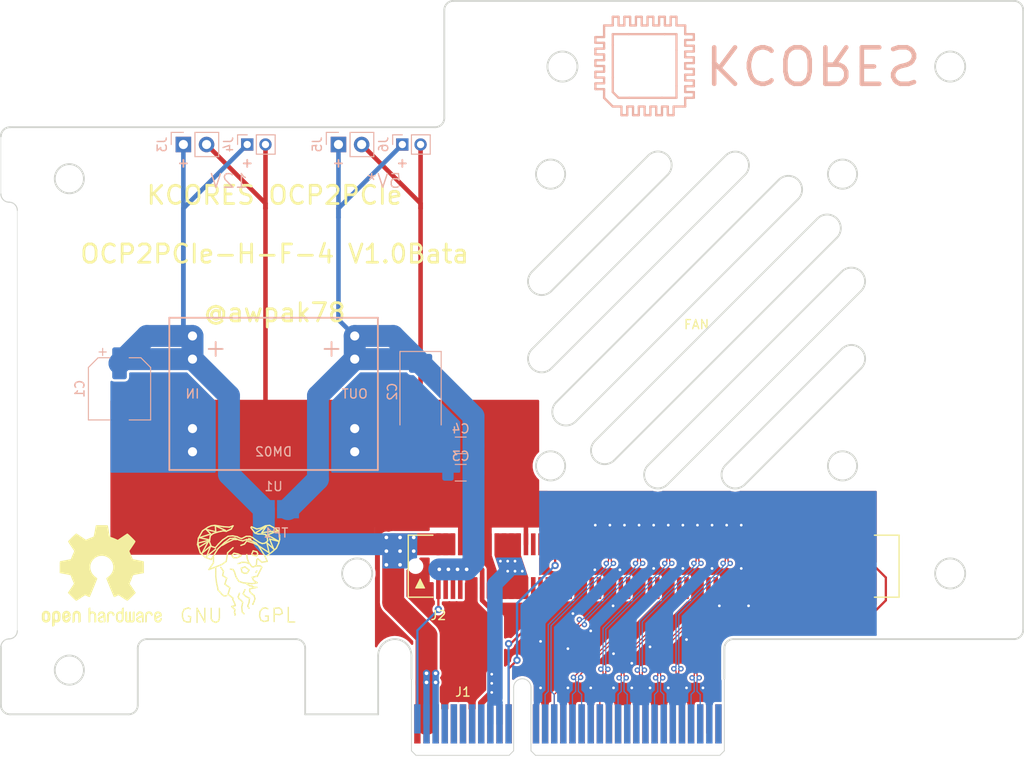
<source format=kicad_pcb>
(kicad_pcb (version 20171130) (host pcbnew "(5.1.5)-3")
  (layers (0 F.Cu signal) (31 B.Cu signal) (34 B.Paste user) (35 F.Paste user) (36 B.SilkS user) (37 F.SilkS user) (38 B.Mask user) (39 F.Mask user) (44 Edge.Cuts user))
  (net 0 "")
  (net 1 "Net-(J2-Pad59)")
  (net 2 "Net-(J2-Pad58)")
  (net 3 "Net-(J2-Pad55)")
  (net 4 "Net-(J2-Pad54)")
  (net 5 "Net-(J2-Pad51)")
  (net 6 "Net-(J2-Pad50)")
  (net 7 "Net-(J2-Pad47)")
  (net 8 "Net-(J2-Pad46)")
  (net 9 "Net-(J2-Pad27)")
  (net 10 "Net-(J2-Pad26)")
  (net 11 "Net-(J2-Pad23)")
  (net 12 "Net-(J2-Pad22)")
  (net 13 "Net-(J2-Pad16)")
  (net 14 "Net-(J2-Pad15)")
  (net 15 "Net-(J2-Pad14)")
  (net 16 "Net-(J2-Pad80)")
  (net 17 "Net-(J2-Pad78)")
  (net 18 "Net-(J2-Pad76)")
  (net 19 "Net-(J2-Pad75)")
  (net 20 "Net-(J2-Pad74)")
  (net 21 "Net-(J1-PadA32)")
  (net 22 "Net-(J1-PadA19)")
  (net 23 "Net-(J1-PadB30)")
  (net 24 +12V)
  (net 25 GND)
  (net 26 +3V3)
  (net 27 "Net-(J1-PadB9)")
  (net 28 3V3AUX)
  (net 29 WAKE)
  (net 30 "Net-(J1-PadB17)")
  (net 31 "Net-(J1-PadB12)")
  (net 32 "Net-(J1-PadA5)")
  (net 33 "Net-(J1-PadA6)")
  (net 34 "Net-(J1-PadA7)")
  (net 35 "Net-(J1-PadA8)")
  (net 36 PERST)
  (net 37 REFCLK-)
  (net 38 REFCLK+)
  (net 39 "Net-(J2-Pad81)")
  (net 40 HSO3_N)
  (net 41 HSO3_P)
  (net 42 HSO2_N)
  (net 43 HSO2_P)
  (net 44 HSO1_N)
  (net 45 HSO1_P)
  (net 46 HSO0_P)
  (net 47 HSO0_N)
  (net 48 HSI3_N)
  (net 49 HSI3_P)
  (net 50 HSI2_N)
  (net 51 HSI2_P)
  (net 52 HSI1_N)
  (net 53 HSI1_P)
  (net 54 HSI0_P)
  (net 55 HSI0_N)
  (net 56 PRSNT2)
  (net 57 PRSNT1)
  (net 58 "Net-(J2-Pad117)")
  (net 59 "Net-(J2-Pad116)")
  (net 60 "Net-(J2-Pad113)")
  (net 61 "Net-(J2-Pad112)")
  (net 62 "Net-(J2-Pad109)")
  (net 63 "Net-(J2-Pad108)")
  (net 64 "Net-(J2-Pad105)")
  (net 65 "Net-(J2-Pad104)")
  (net 66 P5V_AUX)
  (net 67 "Net-(J1-PadB5)")
  (net 68 "Net-(J1-PadB6)")
  (net 69 "Net-(J2-Pad19)")
  (net 70 "Net-(J2-Pad18)")
  (module Symbol:OSHW-Logo2_14.6x12mm_SilkScreen (layer F.Cu) (at 99.06 114.3)
    (fp_text reference REF** hide)
    (fp_text value OSHW-Logo2_14.6x12mm_SilkScreen hide)
  )
  (module Symbol:Symbol_GNU-Logo_SilkscreenTop (layer F.Cu) (at 114.3 112.522)
    (fp_text reference REF** hide)
    (fp_text value Symbol_GNU-Logo_SilkscreenTop)
  )
  (module Connector_PinHeader_2.00mm:PinHeader_1x02_P2.00mm_Vertical (layer B.Cu) (at 132 67 270)
    (fp_text reference J6 (at 0 2.06 90) (layer B.SilkS) (effects (justify mirror)))
    (fp_text value Conn_01x02)
    (pad 2 thru_hole oval (at 0 -2 270) (size 1.35 1.35) (drill 0.8) (layers *.Cu *.Mask) (net 25 GND))
    (pad 1 thru_hole rect (at 0 0 270) (size 1.35 1.35) (drill 0.8) (layers *.Cu *.Mask) (net 66 P5V_AUX))
  )
  (module Connector_PinHeader_2.54mm:PinHeader_1x02_P2.54mm_Vertical (layer B.Cu) (at 125 67 270)
    (fp_text reference J5 (at 0 2.33 90) (layer B.SilkS) (effects (justify mirror)))
    (fp_text value Conn_01x02)
    (pad 2 thru_hole oval (at 0 -2.54 270) (size 1.7 1.7) (drill 1) (layers *.Cu *.Mask) (net 25 GND))
    (pad 1 thru_hole rect (at 0 0 270) (size 1.7 1.7) (drill 1) (layers *.Cu *.Mask) (net 66 P5V_AUX))
  )
  (module Connector_PinHeader_2.00mm:PinHeader_1x02_P2.00mm_Vertical (layer B.Cu) (at 115 67 270)
    (fp_text reference J4 (at 0 2.06 90) (layer B.SilkS) (effects (justify mirror)))
    (fp_text value Conn_01x02)
    (pad 2 thru_hole oval (at 0 -2 270) (size 1.35 1.35) (drill 0.8) (layers *.Cu *.Mask) (net 25 GND))
    (pad 1 thru_hole rect (at 0 0 270) (size 1.35 1.35) (drill 0.8) (layers *.Cu *.Mask) (net 24 +12V))
  )
  (module Connector_PinHeader_2.54mm:PinHeader_1x02_P2.54mm_Vertical (layer B.Cu) (at 108 67 270)
    (fp_text reference J3 (at 0 2.33 270) (layer B.SilkS) (effects (justify mirror)))
    (fp_text value Conn_01x02)
    (pad 2 thru_hole oval (at 0 -2.54 270) (size 1.7 1.7) (drill 1) (layers *.Cu *.Mask) (net 25 GND))
    (pad 1 thru_hole rect (at 0 0 270) (size 1.7 1.7) (drill 1) (layers *.Cu *.Mask) (net 24 +12V))
  )
  (module FCI_61082:TestPlot (layer B.Cu) (at 118.143 107)
    (fp_text reference TP1 (at 0 2.6) (layer B.SilkS) (effects (justify mirror)))
    (fp_text value TestPoint_2Pole)
    (pad 2 smd rect (at 1.325 0) (size 2.4 2) (layers B.Cu B.Paste B.Mask) (net 66 P5V_AUX))
    (pad 1 smd rect (at -1.325 0) (size 2.4 2) (layers B.Cu B.Paste B.Mask) (net 24 +12V))
  )
  (module FCI_61082:DM02 (layer B.Cu) (at 126.78 88 180)
    (fp_text reference U1 (at 8.89 -16.51) (layer B.SilkS) (effects (justify mirror)))
    (fp_text value DM02)
    (fp_text user + (at 2.54 -1.27) (layer B.SilkS) (effects (font (size 2 2) (thickness 0.2)) (justify mirror)))
    (fp_text user + (at 15.24 -1.27) (layer B.SilkS) (effects (font (size 2 2) (thickness 0.2)) (justify mirror)))
    (fp_text user OUT (at 0 -6.35) (layer B.SilkS) (effects (justify mirror)))
    (fp_text user IN (at 17.78 -6.35) (layer B.SilkS) (effects (justify mirror)))
    (fp_text user DM02 (at 8.89 -12.7) (layer B.SilkS) (effects (justify mirror)))
    (pad 4 thru_hole circle (at 17.78 -2.54) (size 1.7 1.7) (drill 1) (layers *.Cu *.Mask) (net 24 +12V))
    (pad 4 connect oval (at 17.78 -2.54) (size 4.24 1.7) (drill (offset -1.27 0)) (layers B.Cu B.Mask) (net 24 +12V))
    (pad 4 thru_hole circle (at 17.78 0) (size 1.7 1.7) (drill 1) (layers *.Cu *.Mask) (net 24 +12V))
    (pad 4 connect oval (at 17.78 0) (size 4.24 1.7) (drill (offset -1.27 0)) (layers B.Cu B.Mask) (net 24 +12V))
    (pad 3 thru_hole circle (at 17.78 -12.7) (size 1.7 1.7) (drill 1) (layers *.Cu *.Mask) (net 25 GND))
    (pad 3 connect oval (at 17.78 -12.7) (size 4.24 1.7) (drill (offset -1.27 0)) (layers B.Cu B.Mask) (net 25 GND))
    (pad 3 thru_hole circle (at 17.78 -10.16) (size 1.7 1.7) (drill 1) (layers *.Cu *.Mask) (net 25 GND))
    (pad 3 connect oval (at 17.78 -10.16) (size 4.24 1.7) (drill (offset -1.27 0)) (layers B.Cu B.Mask) (net 25 GND))
    (pad 2 connect oval (at 0 -12.7 180) (size 4.24 1.7) (drill (offset -1.27 0)) (layers B.Cu B.Mask) (net 25 GND))
    (pad 2 thru_hole circle (at 0 -10.16 180) (size 1.7 1.7) (drill 1) (layers *.Cu *.Mask) (net 25 GND))
    (pad 2 thru_hole circle (at 0 -12.7 180) (size 1.7 1.7) (drill 1) (layers *.Cu *.Mask) (net 25 GND))
    (pad 2 connect oval (at 0 -10.16 180) (size 4.24 1.7) (drill (offset -1.27 0)) (layers B.Cu B.Mask) (net 25 GND))
    (pad 1 thru_hole circle (at 0 -2.54 180) (size 1.7 1.7) (drill 1) (layers *.Cu *.Mask) (net 66 P5V_AUX))
    (pad 1 connect oval (at 0 -2.54 180) (size 4.24 1.7) (drill (offset -1.27 0)) (layers B.Cu B.Mask) (net 66 P5V_AUX))
    (pad 1 connect oval (at 0 0 180) (size 4.24 1.7) (drill (offset -1.27 0)) (layers B.Cu B.Mask) (net 66 P5V_AUX))
    (pad 1 thru_hole circle (at 0 0 180) (size 1.7 1.7) (drill 1) (layers *.Cu *.Mask) (net 66 P5V_AUX))
  )
  (module Capacitor_SMD:C_1206_3216Metric (layer B.Cu) (at 138.4 100 180)
    (fp_text reference C4 (at 0 1.82) (layer B.SilkS) (effects (justify mirror)))
    (fp_text value C)
    (pad 2 smd roundrect (at 1.4 0 180) (size 1.25 1.75) (layers B.Cu B.Paste B.Mask) (roundrect_rratio 0.2) (net 25 GND))
    (pad 1 smd roundrect (at -1.4 0 180) (size 1.25 1.75) (layers B.Cu B.Paste B.Mask) (roundrect_rratio 0.2) (net 66 P5V_AUX))
  )
  (module Capacitor_SMD:C_1206_3216Metric (layer B.Cu) (at 138.4 103 180)
    (fp_text reference C3 (at 0 1.82) (layer B.SilkS) (effects (justify mirror)))
    (fp_text value C)
    (pad 2 smd roundrect (at 1.4 0 180) (size 1.25 1.75) (layers B.Cu B.Paste B.Mask) (roundrect_rratio 0.2) (net 25 GND))
    (pad 1 smd roundrect (at -1.4 0 180) (size 1.25 1.75) (layers B.Cu B.Paste B.Mask) (roundrect_rratio 0.2) (net 66 P5V_AUX))
  )
  (module Capacitor_Tantalum_SMD:CP_EIA-7343-31_Kemet-D (layer B.Cu) (at 134 94.1125 270)
    (fp_text reference C2 (at 0 3.1 90) (layer B.SilkS) (effects (justify mirror)))
    (fp_text value C)
    (pad 2 smd roundrect (at 3.1125 0 270) (size 2.075 2.55) (layers B.Cu B.Paste B.Mask) (roundrect_rratio 0.120482) (net 25 GND))
    (pad 1 smd roundrect (at -3.1125 0 270) (size 2.075 2.55) (layers B.Cu B.Paste B.Mask) (roundrect_rratio 0.120482) (net 66 P5V_AUX))
  )
  (module Capacitor_SMD:CP_Elec_6.3x5.4 (layer B.Cu) (at 101 93.8 270)
    (fp_text reference C1 (at 0 4.35 90) (layer B.SilkS) (effects (justify mirror)))
    (fp_text value C)
    (pad 2 smd roundrect (at 2.8 0 270) (size 3.5 1.6) (layers B.Cu B.Paste B.Mask) (roundrect_rratio 0.15625) (net 25 GND))
    (pad 1 smd roundrect (at -2.8 0 270) (size 3.5 1.6) (layers B.Cu B.Paste B.Mask) (roundrect_rratio 0.15625) (net 24 +12V))
  )
  (module FCI_61082:Fan_4010 (layer F.Cu) (at 164.25 86.25)
    (fp_text reference FAN (at 0 0.5) (layer F.SilkS))
    (fp_text value Fan_4010)
    (fp_arc (start -16.980376 -4.232827) (end -18.041036 -5.293487) (angle -180) (layer Edge.Cuts) (width 0.2))
    (fp_line (start -3.172167 -15.919715) (end -15.919715 -3.172167) (layer Edge.Cuts) (width 0.2))
    (fp_arc (start -4.232827 -16.980376) (end -3.172167 -15.919715) (angle -180) (layer Edge.Cuts) (width 0.2))
    (fp_line (start -18.041036 -5.293487) (end -5.293487 -18.041036) (layer Edge.Cuts) (width 0.2))
    (fp_arc (start -16.976453 4.248531) (end -18.037113 3.187871) (angle -180) (layer Edge.Cuts) (width 0.2))
    (fp_line (start 5.309191 -15.915793) (end -15.915793 5.309191) (layer Edge.Cuts) (width 0.2))
    (fp_arc (start 4.248531 -16.976453) (end 5.309191 -15.915793) (angle -180) (layer Edge.Cuts) (width 0.2))
    (fp_line (start -18.037113 3.187871) (end 3.187871 -18.037113) (layer Edge.Cuts) (width 0.2))
    (fp_arc (start 16.980376 4.232827) (end 18.041036 5.293487) (angle -180) (layer Edge.Cuts) (width 0.2))
    (fp_line (start 3.172167 15.919715) (end 15.919715 3.172167) (layer Edge.Cuts) (width 0.2))
    (fp_arc (start 4.232827 16.980376) (end 3.172167 15.919715) (angle -180) (layer Edge.Cuts) (width 0.2))
    (fp_line (start 18.041036 5.293487) (end 5.293487 18.041036) (layer Edge.Cuts) (width 0.2))
    (fp_arc (start 16.976453 -4.248531) (end 18.037113 -3.187871) (angle -180) (layer Edge.Cuts) (width 0.2))
    (fp_line (start -5.309191 15.915793) (end 15.915793 -5.309191) (layer Edge.Cuts) (width 0.2))
    (fp_arc (start -4.248531 16.976453) (end -5.309191 15.915793) (angle -180) (layer Edge.Cuts) (width 0.2))
    (fp_line (start 18.037113 -3.187871) (end -3.187871 18.037113) (layer Edge.Cuts) (width 0.2))
    (fp_arc (start 10.069864 -14.312505) (end 11.130525 -13.251845) (angle -180) (layer Edge.Cuts) (width 0.2))
    (fp_line (start -15.373165 9.009204) (end 9.009204 -15.373165) (layer Edge.Cuts) (width 0.2))
    (fp_arc (start -14.312505 10.069864) (end -15.373165 9.009204) (angle -180) (layer Edge.Cuts) (width 0.2))
    (fp_line (start 11.130525 -13.251845) (end -13.251845 11.130525) (layer Edge.Cuts) (width 0.2))
    (fp_arc (start -10.069864 14.312505) (end -11.130525 13.251845) (angle -180) (layer Edge.Cuts) (width 0.2))
    (fp_line (start 13.251845 -11.130525) (end -11.130525 13.251845) (layer Edge.Cuts) (width 0.2))
    (fp_arc (start 14.312505 -10.069864) (end 15.373165 -9.009204) (angle -180) (layer Edge.Cuts) (width 0.2))
    (fp_line (start -9.009204 15.373165) (end 15.373165 -9.009204) (layer Edge.Cuts) (width 0.2))
    (fp_circle (center -16 16) (end -14.4 16) (layer Edge.Cuts) (width 0.2))
    (fp_circle (center 16 16) (end 17.6 16) (layer Edge.Cuts) (width 0.2))
    (fp_circle (center -16 -16) (end -14.4 -16) (layer Edge.Cuts) (width 0.2))
    (fp_circle (center 16 -16) (end 17.6 -16) (layer Edge.Cuts) (width 0.2))
  )
  (module Connector_PCBEdge:BUS_PCIexpress_x4 (layer F.Cu) (at 133.65 130.55)
    (fp_text reference J1 (at 5 -3.5) (layer F.SilkS))
    (fp_text value "PCI Express x4")
    (fp_line (start 10.55 -4) (end 10.55 2.95) (layer Edge.Cuts) (width 0.1))
    (fp_line (start 12.45 -4) (end 12.45 2.95) (layer Edge.Cuts) (width 0.1))
    (fp_line (start -0.65 -4.95) (end -0.65 2.95) (layer Edge.Cuts) (width 0.1))
    (fp_line (start -0.15 3.45) (end 10.05 3.45) (layer Edge.Cuts) (width 0.1))
    (fp_line (start 33.65 -4.95) (end 33.65 2.95) (layer Edge.Cuts) (width 0.1))
    (fp_line (start 12.95 3.45) (end 33.15 3.45) (layer Edge.Cuts) (width 0.1))
    (fp_line (start -0.65 2.95) (end -0.15 3.45) (layer Edge.Cuts) (width 0.1))
    (fp_line (start 10.55 2.95) (end 10.05 3.45) (layer Edge.Cuts) (width 0.1))
    (fp_line (start 12.45 2.95) (end 12.95 3.45) (layer Edge.Cuts) (width 0.1))
    (fp_line (start 33.65 2.95) (end 33.15 3.45) (layer Edge.Cuts) (width 0.1))
    (fp_arc (start 11.5 -4) (end 12.45 -4) (angle -180) (layer Edge.Cuts) (width 0.1))
    (pad A32 connect rect (at 33 0) (size 0.7 4.3) (layers B.Cu B.Mask) (net 21 "Net-(J1-PadA32)"))
    (pad A31 connect rect (at 32 0) (size 0.7 4.3) (layers B.Cu B.Mask) (net 25 GND))
    (pad A30 connect rect (at 31 0) (size 0.7 4.3) (layers B.Cu B.Mask) (net 48 HSI3_N))
    (pad A29 connect rect (at 30 0) (size 0.7 4.3) (layers B.Cu B.Mask) (net 49 HSI3_P))
    (pad A28 connect rect (at 29 0) (size 0.7 4.3) (layers B.Cu B.Mask) (net 25 GND))
    (pad A27 connect rect (at 28 0) (size 0.7 4.3) (layers B.Cu B.Mask) (net 25 GND))
    (pad A26 connect rect (at 27 0) (size 0.7 4.3) (layers B.Cu B.Mask) (net 50 HSI2_N))
    (pad A25 connect rect (at 26 0) (size 0.7 4.3) (layers B.Cu B.Mask) (net 51 HSI2_P))
    (pad A24 connect rect (at 25 0) (size 0.7 4.3) (layers B.Cu B.Mask) (net 25 GND))
    (pad A23 connect rect (at 24 0) (size 0.7 4.3) (layers B.Cu B.Mask) (net 25 GND))
    (pad A22 connect rect (at 23 0) (size 0.7 4.3) (layers B.Cu B.Mask) (net 52 HSI1_N))
    (pad A21 connect rect (at 22 0) (size 0.7 4.3) (layers B.Cu B.Mask) (net 53 HSI1_P))
    (pad A20 connect rect (at 21 0) (size 0.7 4.3) (layers B.Cu B.Mask) (net 25 GND))
    (pad A19 connect rect (at 20 0) (size 0.7 4.3) (layers B.Cu B.Mask) (net 22 "Net-(J1-PadA19)"))
    (pad B32 connect rect (at 33 0) (size 0.7 4.3) (layers F.Cu F.Mask) (net 25 GND))
    (pad B31 connect rect (at 32 -0.55) (size 0.7 3.2) (layers F.Cu F.Mask) (net 56 PRSNT2))
    (pad B30 connect rect (at 31 0) (size 0.7 4.3) (layers F.Cu F.Mask) (net 23 "Net-(J1-PadB30)"))
    (pad B29 connect rect (at 30 0) (size 0.7 4.3) (layers F.Cu F.Mask) (net 25 GND))
    (pad B28 connect rect (at 29 0) (size 0.7 4.3) (layers F.Cu F.Mask) (net 40 HSO3_N))
    (pad B27 connect rect (at 28 0) (size 0.7 4.3) (layers F.Cu F.Mask) (net 41 HSO3_P))
    (pad B26 connect rect (at 27 0) (size 0.7 4.3) (layers F.Cu F.Mask) (net 25 GND))
    (pad B25 connect rect (at 26 0) (size 0.7 4.3) (layers F.Cu F.Mask) (net 25 GND))
    (pad B24 connect rect (at 25 0) (size 0.7 4.3) (layers F.Cu F.Mask) (net 42 HSO2_N))
    (pad B23 connect rect (at 24 0) (size 0.7 4.3) (layers F.Cu F.Mask) (net 43 HSO2_P))
    (pad B22 connect rect (at 23 0) (size 0.7 4.3) (layers F.Cu F.Mask) (net 25 GND))
    (pad B21 connect rect (at 22 0) (size 0.7 4.3) (layers F.Cu F.Mask) (net 25 GND))
    (pad B20 connect rect (at 21 0) (size 0.7 4.3) (layers F.Cu F.Mask) (net 44 HSO1_N))
    (pad B19 connect rect (at 20 0) (size 0.7 4.3) (layers F.Cu F.Mask) (net 45 HSO1_P))
    (pad B1 connect rect (at 0 0) (size 0.7 4.3) (layers F.Cu F.Mask) (net 24 +12V))
    (pad B2 connect rect (at 1 0) (size 0.7 4.3) (layers F.Cu F.Mask) (net 24 +12V))
    (pad B3 connect rect (at 2 0) (size 0.7 4.3) (layers F.Cu F.Mask) (net 24 +12V))
    (pad B4 connect rect (at 3 0) (size 0.7 4.3) (layers F.Cu F.Mask) (net 25 GND))
    (pad B5 connect rect (at 4 0) (size 0.7 4.3) (layers F.Cu F.Mask) (net 67 "Net-(J1-PadB5)"))
    (pad B6 connect rect (at 5 0) (size 0.7 4.3) (layers F.Cu F.Mask) (net 68 "Net-(J1-PadB6)"))
    (pad B7 connect rect (at 6 0) (size 0.7 4.3) (layers F.Cu F.Mask) (net 25 GND))
    (pad B8 connect rect (at 7 0) (size 0.7 4.3) (layers F.Cu F.Mask) (net 26 +3V3))
    (pad B9 connect rect (at 8 0) (size 0.7 4.3) (layers F.Cu F.Mask) (net 27 "Net-(J1-PadB9)"))
    (pad B10 connect rect (at 9 0) (size 0.7 4.3) (layers F.Cu F.Mask) (net 28 3V3AUX))
    (pad B11 connect rect (at 10 0) (size 0.7 4.3) (layers F.Cu F.Mask) (net 29 WAKE))
    (pad B14 connect rect (at 15 0) (size 0.7 4.3) (layers F.Cu F.Mask) (net 46 HSO0_P))
    (pad B15 connect rect (at 16 0) (size 0.7 4.3) (layers F.Cu F.Mask) (net 47 HSO0_N))
    (pad B16 connect rect (at 17 0) (size 0.7 4.3) (layers F.Cu F.Mask) (net 25 GND))
    (pad B17 connect rect (at 18 0) (size 0.7 4.3) (layers F.Cu F.Mask) (net 30 "Net-(J1-PadB17)"))
    (pad B18 connect rect (at 19 0) (size 0.7 4.3) (layers F.Cu F.Mask) (net 25 GND))
    (pad B12 connect rect (at 13 0) (size 0.7 4.3) (layers F.Cu F.Mask) (net 31 "Net-(J1-PadB12)"))
    (pad B13 connect rect (at 14 0) (size 0.7 4.3) (layers F.Cu F.Mask) (net 25 GND))
    (pad A1 connect rect (at 0 -0.55) (size 0.7 3.2) (layers B.Cu B.Mask) (net 57 PRSNT1))
    (pad A2 connect rect (at 1 0) (size 0.7 4.3) (layers B.Cu B.Mask) (net 24 +12V))
    (pad A3 connect rect (at 2 0) (size 0.7 4.3) (layers B.Cu B.Mask) (net 24 +12V))
    (pad A4 connect rect (at 3 0) (size 0.7 4.3) (layers B.Cu B.Mask) (net 25 GND))
    (pad A5 connect rect (at 4 0) (size 0.7 4.3) (layers B.Cu B.Mask) (net 32 "Net-(J1-PadA5)"))
    (pad A6 connect rect (at 5 0) (size 0.7 4.3) (layers B.Cu B.Mask) (net 33 "Net-(J1-PadA6)"))
    (pad A7 connect rect (at 6 0) (size 0.7 4.3) (layers B.Cu B.Mask) (net 34 "Net-(J1-PadA7)"))
    (pad A8 connect rect (at 7 0) (size 0.7 4.3) (layers B.Cu B.Mask) (net 35 "Net-(J1-PadA8)"))
    (pad A9 connect rect (at 8 0) (size 0.7 4.3) (layers B.Cu B.Mask) (net 26 +3V3))
    (pad A10 connect rect (at 9 0) (size 0.7 4.3) (layers B.Cu B.Mask) (net 26 +3V3))
    (pad A11 connect rect (at 10 0) (size 0.7 4.3) (layers B.Cu B.Mask) (net 36 PERST))
    (pad A14 connect rect (at 15 0) (size 0.7 4.3) (layers B.Cu B.Mask) (net 37 REFCLK-))
    (pad A15 connect rect (at 16 0) (size 0.7 4.3) (layers B.Cu B.Mask) (net 25 GND))
    (pad A16 connect rect (at 17 0) (size 0.7 4.3) (layers B.Cu B.Mask) (net 54 HSI0_P))
    (pad A17 connect rect (at 18 0) (size 0.7 4.3) (layers B.Cu B.Mask) (net 55 HSI0_N))
    (pad A18 connect rect (at 19 0) (size 0.7 4.3) (layers B.Cu B.Mask) (net 25 GND))
    (pad A12 connect rect (at 13 0) (size 0.7 4.3) (layers B.Cu B.Mask) (net 25 GND))
    (pad A13 connect rect (at 14 0) (size 0.7 4.3) (layers B.Cu B.Mask) (net 38 REFCLK+))
  )
  (module FCI_61082:FCI_61082_12xxxxLF (layer F.Cu) (at 135.95 115.65)
    (fp_text reference J2 (at 0 3) (layer F.SilkS))
    (fp_text value Conn_02x40_Top_Bottom)
    (pad "" np_thru_hole circle (at 49.7 -2.4) (size 0.8 0.8) (drill 0.8) (layers *.Cu *.Mask))
    (pad "" np_thru_hole circle (at -2.5 -2.4) (size 1.2 1.2) (drill 1.2) (layers *.Cu *.Mask))
    (pad 120 connect rect (at 47.2 -4.8) (size 0.5 2.4) (layers F.Cu F.Mask) (net 56 PRSNT2))
    (pad 119 connect rect (at 46.4 -4.8) (size 0.5 2.4) (layers F.Cu F.Mask) (net 25 GND))
    (pad 118 connect rect (at 45.6 -4.8) (size 0.5 2.4) (layers F.Cu F.Mask) (net 25 GND))
    (pad 117 connect rect (at 44.8 -4.8) (size 0.5 2.4) (layers F.Cu F.Mask) (net 58 "Net-(J2-Pad117)"))
    (pad 116 connect rect (at 44 -4.8) (size 0.5 2.4) (layers F.Cu F.Mask) (net 59 "Net-(J2-Pad116)"))
    (pad 115 connect rect (at 43.2 -4.8) (size 0.5 2.4) (layers F.Cu F.Mask) (net 25 GND))
    (pad 114 connect rect (at 42.4 -4.8) (size 0.5 2.4) (layers F.Cu F.Mask) (net 25 GND))
    (pad 113 connect rect (at 41.6 -4.8) (size 0.5 2.4) (layers F.Cu F.Mask) (net 60 "Net-(J2-Pad113)"))
    (pad 112 connect rect (at 40.8 -4.8) (size 0.5 2.4) (layers F.Cu F.Mask) (net 61 "Net-(J2-Pad112)"))
    (pad 111 connect rect (at 40 -4.8) (size 0.5 2.4) (layers F.Cu F.Mask) (net 25 GND))
    (pad 110 connect rect (at 39.2 -4.8) (size 0.5 2.4) (layers F.Cu F.Mask) (net 25 GND))
    (pad 109 connect rect (at 38.4 -4.8) (size 0.5 2.4) (layers F.Cu F.Mask) (net 62 "Net-(J2-Pad109)"))
    (pad 108 connect rect (at 37.6 -4.8) (size 0.5 2.4) (layers F.Cu F.Mask) (net 63 "Net-(J2-Pad108)"))
    (pad 107 connect rect (at 36.8 -4.8) (size 0.5 2.4) (layers F.Cu F.Mask) (net 25 GND))
    (pad 106 connect rect (at 36 -4.8) (size 0.5 2.4) (layers F.Cu F.Mask) (net 25 GND))
    (pad 105 connect rect (at 35.2 -4.8) (size 0.5 2.4) (layers F.Cu F.Mask) (net 64 "Net-(J2-Pad105)"))
    (pad 104 connect rect (at 34.4 -4.8) (size 0.5 2.4) (layers F.Cu F.Mask) (net 65 "Net-(J2-Pad104)"))
    (pad 103 connect rect (at 33.6 -4.8) (size 0.5 2.4) (layers F.Cu F.Mask) (net 25 GND))
    (pad 102 connect rect (at 32.8 -4.8) (size 0.5 2.4) (layers F.Cu F.Mask) (net 25 GND))
    (pad 101 connect rect (at 32 -4.8) (size 0.5 2.4) (layers F.Cu F.Mask) (net 40 HSO3_N))
    (pad 100 connect rect (at 31.2 -4.8) (size 0.5 2.4) (layers F.Cu F.Mask) (net 41 HSO3_P))
    (pad 99 connect rect (at 30.4 -4.8) (size 0.5 2.4) (layers F.Cu F.Mask) (net 25 GND))
    (pad 98 connect rect (at 29.6 -4.8) (size 0.5 2.4) (layers F.Cu F.Mask) (net 25 GND))
    (pad 97 connect rect (at 28.8 -4.8) (size 0.5 2.4) (layers F.Cu F.Mask) (net 42 HSO2_N))
    (pad 96 connect rect (at 28 -4.8) (size 0.5 2.4) (layers F.Cu F.Mask) (net 43 HSO2_P))
    (pad 95 connect rect (at 27.2 -4.8) (size 0.5 2.4) (layers F.Cu F.Mask) (net 25 GND))
    (pad 94 connect rect (at 26.4 -4.8) (size 0.5 2.4) (layers F.Cu F.Mask) (net 25 GND))
    (pad 93 connect rect (at 25.6 -4.8) (size 0.5 2.4) (layers F.Cu F.Mask) (net 44 HSO1_N))
    (pad 92 connect rect (at 24.8 -4.8) (size 0.5 2.4) (layers F.Cu F.Mask) (net 45 HSO1_P))
    (pad 91 connect rect (at 24 -4.8) (size 0.5 2.4) (layers F.Cu F.Mask) (net 25 GND))
    (pad 90 connect rect (at 23.2 -4.8) (size 0.5 2.4) (layers F.Cu F.Mask) (net 25 GND))
    (pad 89 connect rect (at 22.4 -4.8) (size 0.5 2.4) (layers F.Cu F.Mask) (net 47 HSO0_N))
    (pad 88 connect rect (at 21.6 -4.8) (size 0.5 2.4) (layers F.Cu F.Mask) (net 46 HSO0_P))
    (pad 87 connect rect (at 20.8 -4.8) (size 0.5 2.4) (layers F.Cu F.Mask) (net 25 GND))
    (pad 86 connect rect (at 20 -4.8) (size 0.5 2.4) (layers F.Cu F.Mask) (net 25 GND))
    (pad 85 connect rect (at 19.2 -4.8) (size 0.5 2.4) (layers F.Cu F.Mask) (net 37 REFCLK-))
    (pad 84 connect rect (at 18.4 -4.8) (size 0.5 2.4) (layers F.Cu F.Mask) (net 38 REFCLK+))
    (pad 83 connect rect (at 17.6 -4.8) (size 0.5 2.4) (layers F.Cu F.Mask) (net 25 GND))
    (pad 82 connect rect (at 16.8 -4.8) (size 0.5 2.4) (layers F.Cu F.Mask) (net 25 GND))
    (pad 81 connect rect (at 16 -4.8) (size 0.5 2.4) (layers F.Cu F.Mask) (net 39 "Net-(J2-Pad81)"))
    (pad 80 connect rect (at 15.2 -4.8) (size 0.5 2.4) (layers F.Cu F.Mask) (net 16 "Net-(J2-Pad80)"))
    (pad 79 connect rect (at 14.4 -4.8) (size 0.5 2.4) (layers F.Cu F.Mask) (net 25 GND))
    (pad 78 connect rect (at 13.6 -4.8) (size 0.5 2.4) (layers F.Cu F.Mask) (net 17 "Net-(J2-Pad78)"))
    (pad 77 connect rect (at 12.8 -4.8) (size 0.5 2.4) (layers F.Cu F.Mask) (net 29 WAKE))
    (pad 76 connect rect (at 12 -4.8) (size 0.5 2.4) (layers F.Cu F.Mask) (net 18 "Net-(J2-Pad76)"))
    (pad 75 connect rect (at 11.2 -4.8) (size 0.5 2.4) (layers F.Cu F.Mask) (net 19 "Net-(J2-Pad75)"))
    (pad 74 connect rect (at 10.4 -4.8) (size 0.5 2.4) (layers F.Cu F.Mask) (net 20 "Net-(J2-Pad74)"))
    (pad 73 connect rect (at 9.6 -4.8) (size 0.5 2.4) (layers F.Cu F.Mask) (net 25 GND))
    (pad 72 connect rect (at 8.8 -4.8) (size 0.5 2.4) (layers F.Cu F.Mask) (net 26 +3V3))
    (pad 71 connect rect (at 8 -4.8) (size 0.5 2.4) (layers F.Cu F.Mask) (net 26 +3V3))
    (pad 70 connect rect (at 7.2 -4.8) (size 0.5 2.4) (layers F.Cu F.Mask) (net 26 +3V3))
    (pad 69 connect rect (at 6.4 -4.8) (size 0.5 2.4) (layers F.Cu F.Mask) (net 26 +3V3))
    (pad 68 connect rect (at 5.6 -4.8) (size 0.5 2.4) (layers F.Cu F.Mask) (net 25 GND))
    (pad 67 connect rect (at 4.8 -4.8) (size 0.5 2.4) (layers F.Cu F.Mask) (net 25 GND))
    (pad 66 connect rect (at 4 -4.8) (size 0.5 2.4) (layers F.Cu F.Mask) (net 28 3V3AUX))
    (pad 65 connect rect (at 3.2 -4.8) (size 0.5 2.4) (layers F.Cu F.Mask) (net 25 GND))
    (pad 64 connect rect (at 2.4 -4.8) (size 0.5 2.4) (layers F.Cu F.Mask) (net 25 GND))
    (pad 63 connect rect (at 1.6 -4.8) (size 0.5 2.4) (layers F.Cu F.Mask) (net 24 +12V))
    (pad 62 connect rect (at 0.8 -4.8) (size 0.5 2.4) (layers F.Cu F.Mask) (net 24 +12V))
    (pad 61 connect rect (at 0 -4.8) (size 0.5 2.4) (layers F.Cu F.Mask) (net 24 +12V))
    (pad 60 connect rect (at 47.2 0) (size 0.5 2.4) (layers F.Cu F.Mask) (net 25 GND))
    (pad 59 connect rect (at 46.4 0) (size 0.5 2.4) (layers F.Cu F.Mask) (net 1 "Net-(J2-Pad59)"))
    (pad 58 connect rect (at 45.6 0) (size 0.5 2.4) (layers F.Cu F.Mask) (net 2 "Net-(J2-Pad58)"))
    (pad 57 connect rect (at 44.8 0) (size 0.5 2.4) (layers F.Cu F.Mask) (net 25 GND))
    (pad 56 connect rect (at 44 0) (size 0.5 2.4) (layers F.Cu F.Mask) (net 25 GND))
    (pad 55 connect rect (at 43.2 0) (size 0.5 2.4) (layers F.Cu F.Mask) (net 3 "Net-(J2-Pad55)"))
    (pad 54 connect rect (at 42.4 0) (size 0.5 2.4) (layers F.Cu F.Mask) (net 4 "Net-(J2-Pad54)"))
    (pad 53 connect rect (at 41.6 0) (size 0.5 2.4) (layers F.Cu F.Mask) (net 25 GND))
    (pad 52 connect rect (at 40.8 0) (size 0.5 2.4) (layers F.Cu F.Mask) (net 25 GND))
    (pad 51 connect rect (at 40 0) (size 0.5 2.4) (layers F.Cu F.Mask) (net 5 "Net-(J2-Pad51)"))
    (pad 50 connect rect (at 39.2 0) (size 0.5 2.4) (layers F.Cu F.Mask) (net 6 "Net-(J2-Pad50)"))
    (pad 49 connect rect (at 38.4 0) (size 0.5 2.4) (layers F.Cu F.Mask) (net 25 GND))
    (pad 48 connect rect (at 37.6 0) (size 0.5 2.4) (layers F.Cu F.Mask) (net 25 GND))
    (pad 47 connect rect (at 36.8 0) (size 0.5 2.4) (layers F.Cu F.Mask) (net 7 "Net-(J2-Pad47)"))
    (pad 46 connect rect (at 36 0) (size 0.5 2.4) (layers F.Cu F.Mask) (net 8 "Net-(J2-Pad46)"))
    (pad 45 connect rect (at 35.2 0) (size 0.5 2.4) (layers F.Cu F.Mask) (net 25 GND))
    (pad 44 connect rect (at 34.4 0) (size 0.5 2.4) (layers F.Cu F.Mask) (net 25 GND))
    (pad 43 connect rect (at 33.6 0) (size 0.5 2.4) (layers F.Cu F.Mask) (net 48 HSI3_N))
    (pad 42 connect rect (at 32.8 0) (size 0.5 2.4) (layers F.Cu F.Mask) (net 49 HSI3_P))
    (pad 41 connect rect (at 32 0) (size 0.5 2.4) (layers F.Cu F.Mask) (net 25 GND))
    (pad 40 connect rect (at 31.2 0) (size 0.5 2.4) (layers F.Cu F.Mask) (net 25 GND))
    (pad 39 connect rect (at 30.4 0) (size 0.5 2.4) (layers F.Cu F.Mask) (net 50 HSI2_N))
    (pad 38 connect rect (at 29.6 0) (size 0.5 2.4) (layers F.Cu F.Mask) (net 51 HSI2_P))
    (pad 37 connect rect (at 28.8 0) (size 0.5 2.4) (layers F.Cu F.Mask) (net 25 GND))
    (pad 36 connect rect (at 28 0) (size 0.5 2.4) (layers F.Cu F.Mask) (net 25 GND))
    (pad 35 connect rect (at 27.2 0) (size 0.5 2.4) (layers F.Cu F.Mask) (net 52 HSI1_N))
    (pad 34 connect rect (at 26.4 0) (size 0.5 2.4) (layers F.Cu F.Mask) (net 53 HSI1_P))
    (pad 33 connect rect (at 25.6 0) (size 0.5 2.4) (layers F.Cu F.Mask) (net 25 GND))
    (pad 32 connect rect (at 24.8 0) (size 0.5 2.4) (layers F.Cu F.Mask) (net 25 GND))
    (pad 31 connect rect (at 24 0) (size 0.5 2.4) (layers F.Cu F.Mask) (net 55 HSI0_N))
    (pad 30 connect rect (at 23.2 0) (size 0.5 2.4) (layers F.Cu F.Mask) (net 54 HSI0_P))
    (pad 29 connect rect (at 22.4 0) (size 0.5 2.4) (layers F.Cu F.Mask) (net 25 GND))
    (pad 28 connect rect (at 21.6 0) (size 0.5 2.4) (layers F.Cu F.Mask) (net 25 GND))
    (pad 27 connect rect (at 20.8 0) (size 0.5 2.4) (layers F.Cu F.Mask) (net 9 "Net-(J2-Pad27)"))
    (pad 26 connect rect (at 20 0) (size 0.5 2.4) (layers F.Cu F.Mask) (net 10 "Net-(J2-Pad26)"))
    (pad 25 connect rect (at 19.2 0) (size 0.5 2.4) (layers F.Cu F.Mask) (net 25 GND))
    (pad 24 connect rect (at 18.4 0) (size 0.5 2.4) (layers F.Cu F.Mask) (net 25 GND))
    (pad 23 connect rect (at 17.6 0) (size 0.5 2.4) (layers F.Cu F.Mask) (net 11 "Net-(J2-Pad23)"))
    (pad 22 connect rect (at 16.8 0) (size 0.5 2.4) (layers F.Cu F.Mask) (net 12 "Net-(J2-Pad22)"))
    (pad 21 connect rect (at 16 0) (size 0.5 2.4) (layers F.Cu F.Mask) (net 25 GND))
    (pad 20 connect rect (at 15.2 0) (size 0.5 2.4) (layers F.Cu F.Mask) (net 25 GND))
    (pad 19 connect rect (at 14.4 0) (size 0.5 2.4) (layers F.Cu F.Mask) (net 69 "Net-(J2-Pad19)"))
    (pad 18 connect rect (at 13.6 0) (size 0.5 2.4) (layers F.Cu F.Mask) (net 70 "Net-(J2-Pad18)"))
    (pad 17 connect rect (at 12.8 0) (size 0.5 2.4) (layers F.Cu F.Mask) (net 36 PERST))
    (pad 16 connect rect (at 12 0) (size 0.5 2.4) (layers F.Cu F.Mask) (net 13 "Net-(J2-Pad16)"))
    (pad 15 connect rect (at 11.2 0) (size 0.5 2.4) (layers F.Cu F.Mask) (net 14 "Net-(J2-Pad15)"))
    (pad 14 connect rect (at 10.4 0) (size 0.5 2.4) (layers F.Cu F.Mask) (net 15 "Net-(J2-Pad14)"))
    (pad 13 connect rect (at 9.6 0) (size 0.5 2.4) (layers F.Cu F.Mask) (net 26 +3V3))
    (pad 12 connect rect (at 8.8 0) (size 0.5 2.4) (layers F.Cu F.Mask) (net 26 +3V3))
    (pad 11 connect rect (at 8 0) (size 0.5 2.4) (layers F.Cu F.Mask) (net 26 +3V3))
    (pad 10 connect rect (at 7.2 0) (size 0.5 2.4) (layers F.Cu F.Mask) (net 26 +3V3))
    (pad 9 connect rect (at 6.4 0) (size 0.5 2.4) (layers F.Cu F.Mask) (net 25 GND))
    (pad 8 connect rect (at 5.6 0) (size 0.5 2.4) (layers F.Cu F.Mask) (net 25 GND))
    (pad 7 connect rect (at 4.8 0) (size 0.5 2.4) (layers F.Cu F.Mask) (net 28 3V3AUX))
    (pad 6 connect rect (at 4 0) (size 0.5 2.4) (layers F.Cu F.Mask) (net 25 GND))
    (pad 5 connect rect (at 3.2 0) (size 0.5 2.4) (layers F.Cu F.Mask) (net 25 GND))
    (pad 4 connect rect (at 2.4 0) (size 0.5 2.4) (layers F.Cu F.Mask) (net 66 P5V_AUX))
    (pad 3 connect rect (at 1.6 0) (size 0.5 2.4) (layers F.Cu F.Mask) (net 66 P5V_AUX))
    (pad 2 connect rect (at 0.8 0) (size 0.5 2.4) (layers F.Cu F.Mask) (net 66 P5V_AUX))
    (pad 1 connect rect (at 0 0) (size 0.5 2.4) (layers F.Cu F.Mask) (net 57 PRSNT1))
  )
  (gr_text KCORES (at 177.038 58.166 180) (layer B.SilkS) (effects (font (size 4 4) (thickness 0.5)) (justify mirror)))
  (gr_line (start 155.066719 54.895205) (end 156.812703 54.895205) (layer B.SilkS) (width 0.25))
  (gr_line (start 155.066719 62.83179) (end 155.304774 62.83179) (layer B.SilkS) (width 0.25))
  (gr_line (start 155.304774 62.83179) (end 155.840499 62.83179) (layer B.SilkS) (width 0.25))
  (gr_line (start 156.019024 62.91109) (end 156.018954 63.56584) (layer B.SilkS) (width 0.25))
  (gr_line (start 162.050859 60.56984) (end 162.050859 61.87929) (layer B.SilkS) (width 0.25))
  (gr_line (start 155.066719 56.085685) (end 155.066719 54.895205) (layer B.SilkS) (width 0.25))
  (gr_line (start 162.050859 61.87929) (end 160.463459 61.87929) (layer B.SilkS) (width 0.25))
  (gr_line (start 162.050859 54.895205) (end 162.050859 56.64124) (layer B.SilkS) (width 0.25))
  (gr_line (start 156.892008 61.87929) (end 155.701594 61.87929) (layer B.SilkS) (width 0.25))
  (gr_line (start 155.066719 59.657139) (end 155.066719 56.085685) (layer B.SilkS) (width 0.25))
  (gr_line (start 155.840499 62.83179) (end 156.019094 62.83179) (layer B.SilkS) (width 0.25))
  (gr_line (start 160.463459 61.87929) (end 156.892008 61.87929) (layer B.SilkS) (width 0.25))
  (gr_line (start 156.018954 63.56584) (end 156.018954 63.78404) (layer B.SilkS) (width 0.25))
  (gr_line (start 156.019094 62.83179) (end 156.019024 62.91109) (layer B.SilkS) (width 0.25))
  (gr_line (start 160.741259 54.895205) (end 162.050859 54.895205) (layer B.SilkS) (width 0.25))
  (gr_line (start 155.701594 61.87929) (end 155.066719 61.24444) (layer B.SilkS) (width 0.25))
  (gr_line (start 162.050859 56.64124) (end 162.050859 60.56984) (layer B.SilkS) (width 0.25))
  (gr_line (start 156.812703 54.895205) (end 160.741259 54.895205) (layer B.SilkS) (width 0.25))
  (gr_line (start 155.066719 61.24444) (end 155.066719 59.657139) (layer B.SilkS) (width 0.25))
  (gr_line (start 155.017803 62.78294) (end 155.066719 62.83179) (layer B.SilkS) (width 0.25))
  (gr_line (start 161.613709 63.78404) (end 161.732759 63.78404) (layer B.SilkS) (width 0.25))
  (gr_line (start 163.002659 61.87929) (end 163.240709 61.87929) (layer B.SilkS) (width 0.25))
  (gr_line (start 163.955009 58.07004) (end 163.955009 57.91139) (layer B.SilkS) (width 0.25))
  (gr_line (start 163.955009 59.339889) (end 163.955009 59.18119) (layer B.SilkS) (width 0.25))
  (gr_line (start 163.776409 58.07004) (end 163.955009 58.07004) (layer B.SilkS) (width 0.25))
  (gr_line (start 163.955009 60.450889) (end 163.955009 60.09379) (layer B.SilkS) (width 0.25))
  (gr_line (start 163.240709 60.60959) (end 163.776409 60.60959) (layer B.SilkS) (width 0.25))
  (gr_line (start 163.240709 58.07004) (end 163.776409 58.07004) (layer B.SilkS) (width 0.25))
  (gr_line (start 163.002659 58.07004) (end 163.240709 58.07004) (layer B.SilkS) (width 0.25))
  (gr_line (start 163.002659 59.97474) (end 163.002659 59.816039) (layer B.SilkS) (width 0.25))
  (gr_line (start 163.002659 58.18914) (end 163.002659 58.07004) (layer B.SilkS) (width 0.25))
  (gr_line (start 163.002659 58.54624) (end 163.002659 58.18914) (layer B.SilkS) (width 0.25))
  (gr_line (start 163.955009 59.18119) (end 163.955009 58.82399) (layer B.SilkS) (width 0.25))
  (gr_line (start 163.002659 60.72864) (end 163.002659 60.60959) (layer B.SilkS) (width 0.25))
  (gr_line (start 163.955009 61.24444) (end 163.716859 61.24444) (layer B.SilkS) (width 0.25))
  (gr_line (start 161.732759 63.78404) (end 161.732759 63.54599) (layer B.SilkS) (width 0.25))
  (gr_line (start 163.181159 61.24444) (end 163.002659 61.24444) (layer B.SilkS) (width 0.25))
  (gr_line (start 163.240709 59.339889) (end 163.776409 59.339889) (layer B.SilkS) (width 0.25))
  (gr_line (start 163.955009 61.36349) (end 163.955009 61.24444) (layer B.SilkS) (width 0.25))
  (gr_line (start 161.256609 63.78404) (end 161.613709 63.78404) (layer B.SilkS) (width 0.25))
  (gr_line (start 161.732759 63.54599) (end 161.732759 63.01029) (layer B.SilkS) (width 0.25))
  (gr_line (start 163.181159 58.70494) (end 163.002659 58.70494) (layer B.SilkS) (width 0.25))
  (gr_line (start 163.955009 58.70494) (end 163.716859 58.70494) (layer B.SilkS) (width 0.25))
  (gr_line (start 163.955009 58.82399) (end 163.955009 58.70494) (layer B.SilkS) (width 0.25))
  (gr_line (start 163.181159 59.97474) (end 163.002659 59.97474) (layer B.SilkS) (width 0.25))
  (gr_line (start 163.955009 60.09379) (end 163.955009 59.97474) (layer B.SilkS) (width 0.25))
  (gr_line (start 163.955009 61.87929) (end 163.955009 61.72064) (layer B.SilkS) (width 0.25))
  (gr_line (start 163.776409 60.60959) (end 163.955009 60.60959) (layer B.SilkS) (width 0.25))
  (gr_line (start 163.002659 61.24444) (end 163.002659 61.08574) (layer B.SilkS) (width 0.25))
  (gr_line (start 163.776409 61.87929) (end 163.955009 61.87929) (layer B.SilkS) (width 0.25))
  (gr_line (start 162.050209 62.83169) (end 162.764509 62.83169) (layer B.SilkS) (width 0.25))
  (gr_line (start 163.955009 60.60959) (end 163.955009 60.450889) (layer B.SilkS) (width 0.25))
  (gr_line (start 163.002659 62.59359) (end 163.002659 62.05789) (layer B.SilkS) (width 0.25))
  (gr_line (start 163.002659 59.339889) (end 163.240709 59.339889) (layer B.SilkS) (width 0.25))
  (gr_line (start 163.002659 62.05789) (end 163.002659 61.87929) (layer B.SilkS) (width 0.25))
  (gr_line (start 163.716859 58.70494) (end 163.181159 58.70494) (layer B.SilkS) (width 0.25))
  (gr_line (start 163.955009 61.72064) (end 163.955009 61.36349) (layer B.SilkS) (width 0.25))
  (gr_line (start 163.776409 59.339889) (end 163.955009 59.339889) (layer B.SilkS) (width 0.25))
  (gr_line (start 163.240709 61.87929) (end 163.776409 61.87929) (layer B.SilkS) (width 0.25))
  (gr_line (start 163.955009 59.97474) (end 163.716859 59.97474) (layer B.SilkS) (width 0.25))
  (gr_line (start 161.732759 62.83169) (end 162.050209 62.83169) (layer B.SilkS) (width 0.25))
  (gr_line (start 163.002659 60.60959) (end 163.240709 60.60959) (layer B.SilkS) (width 0.25))
  (gr_line (start 161.732759 63.01029) (end 161.732759 62.83169) (layer B.SilkS) (width 0.25))
  (gr_line (start 163.002659 59.458939) (end 163.002659 59.339889) (layer B.SilkS) (width 0.25))
  (gr_line (start 163.716859 61.24444) (end 163.181159 61.24444) (layer B.SilkS) (width 0.25))
  (gr_line (start 162.764509 62.83169) (end 163.002659 62.83169) (layer B.SilkS) (width 0.25))
  (gr_line (start 163.002659 62.83169) (end 163.002659 62.59359) (layer B.SilkS) (width 0.25))
  (gr_line (start 163.955009 57.91139) (end 163.955009 57.554265) (layer B.SilkS) (width 0.25))
  (gr_line (start 163.002659 58.70494) (end 163.002659 58.54624) (layer B.SilkS) (width 0.25))
  (gr_line (start 163.002659 59.816039) (end 163.002659 59.458939) (layer B.SilkS) (width 0.25))
  (gr_line (start 163.002659 61.08574) (end 163.002659 60.72864) (layer B.SilkS) (width 0.25))
  (gr_line (start 163.716859 59.97474) (end 163.181159 59.97474) (layer B.SilkS) (width 0.25))
  (gr_line (start 157.288674 63.78404) (end 157.447349 63.78404) (layer B.SilkS) (width 0.25))
  (gr_line (start 157.288674 63.06979) (end 157.288674 63.60554) (layer B.SilkS) (width 0.25))
  (gr_line (start 157.169609 62.83169) (end 157.288674 62.83169) (layer B.SilkS) (width 0.25))
  (gr_line (start 161.097909 63.78404) (end 161.256609 63.78404) (layer B.SilkS) (width 0.25))
  (gr_line (start 161.097909 63.60554) (end 161.097909 63.78404) (layer B.SilkS) (width 0.25))
  (gr_line (start 161.097909 63.06979) (end 161.097909 63.60554) (layer B.SilkS) (width 0.25))
  (gr_line (start 158.558459 62.83169) (end 158.558459 63.06979) (layer B.SilkS) (width 0.25))
  (gr_line (start 156.534749 63.78404) (end 156.653814 63.78404) (layer B.SilkS) (width 0.25))
  (gr_line (start 160.463059 63.01029) (end 160.463059 62.83169) (layer B.SilkS) (width 0.25))
  (gr_line (start 158.082259 62.83169) (end 158.439409 62.83169) (layer B.SilkS) (width 0.25))
  (gr_line (start 161.097909 62.83169) (end 161.097909 63.06979) (layer B.SilkS) (width 0.25))
  (gr_line (start 160.978859 62.83169) (end 161.097909 62.83169) (layer B.SilkS) (width 0.25))
  (gr_line (start 160.463059 63.78404) (end 160.463059 63.54599) (layer B.SilkS) (width 0.25))
  (gr_line (start 157.288674 63.60554) (end 157.288674 63.78404) (layer B.SilkS) (width 0.25))
  (gr_line (start 157.288674 62.83169) (end 157.288674 63.06979) (layer B.SilkS) (width 0.25))
  (gr_line (start 159.828209 63.78404) (end 159.986859 63.78404) (layer B.SilkS) (width 0.25))
  (gr_line (start 159.193359 63.78404) (end 159.193359 63.54599) (layer B.SilkS) (width 0.25))
  (gr_line (start 156.653814 63.54599) (end 156.653814 63.01029) (layer B.SilkS) (width 0.25))
  (gr_line (start 158.558459 63.60554) (end 158.558459 63.78404) (layer B.SilkS) (width 0.25))
  (gr_line (start 160.344009 63.78404) (end 160.463059 63.78404) (layer B.SilkS) (width 0.25))
  (gr_line (start 156.653814 62.83169) (end 156.812494 62.83169) (layer B.SilkS) (width 0.25))
  (gr_line (start 157.447349 63.78404) (end 157.804539 63.78404) (layer B.SilkS) (width 0.25))
  (gr_line (start 157.923599 63.01029) (end 157.923599 62.83169) (layer B.SilkS) (width 0.25))
  (gr_line (start 156.653814 63.01029) (end 156.653814 62.83169) (layer B.SilkS) (width 0.25))
  (gr_line (start 156.653814 63.78404) (end 156.653814 63.54599) (layer B.SilkS) (width 0.25))
  (gr_line (start 159.986859 63.78404) (end 160.344009 63.78404) (layer B.SilkS) (width 0.25))
  (gr_line (start 159.193359 62.83169) (end 159.352009 62.83169) (layer B.SilkS) (width 0.25))
  (gr_line (start 158.717159 63.78404) (end 159.074259 63.78404) (layer B.SilkS) (width 0.25))
  (gr_line (start 157.923599 63.54599) (end 157.923599 63.01029) (layer B.SilkS) (width 0.25))
  (gr_line (start 156.812494 62.83169) (end 157.169609 62.83169) (layer B.SilkS) (width 0.25))
  (gr_line (start 156.177634 63.78404) (end 156.534749 63.78404) (layer B.SilkS) (width 0.25))
  (gr_line (start 160.621709 62.83169) (end 160.978859 62.83169) (layer B.SilkS) (width 0.25))
  (gr_line (start 159.828209 62.83169) (end 159.828209 63.06979) (layer B.SilkS) (width 0.25))
  (gr_line (start 160.463059 62.83169) (end 160.621709 62.83169) (layer B.SilkS) (width 0.25))
  (gr_line (start 157.923599 62.83169) (end 158.082259 62.83169) (layer B.SilkS) (width 0.25))
  (gr_line (start 156.018954 63.78404) (end 156.177634 63.78404) (layer B.SilkS) (width 0.25))
  (gr_line (start 160.463059 63.54599) (end 160.463059 63.01029) (layer B.SilkS) (width 0.25))
  (gr_line (start 159.828209 63.60554) (end 159.828209 63.78404) (layer B.SilkS) (width 0.25))
  (gr_line (start 159.828209 63.06979) (end 159.828209 63.60554) (layer B.SilkS) (width 0.25))
  (gr_line (start 159.709109 62.83169) (end 159.828209 62.83169) (layer B.SilkS) (width 0.25))
  (gr_line (start 159.193359 63.54599) (end 159.193359 63.01029) (layer B.SilkS) (width 0.25))
  (gr_line (start 159.352009 62.83169) (end 159.709109 62.83169) (layer B.SilkS) (width 0.25))
  (gr_line (start 159.193359 63.01029) (end 159.193359 62.83169) (layer B.SilkS) (width 0.25))
  (gr_line (start 158.439409 62.83169) (end 158.558459 62.83169) (layer B.SilkS) (width 0.25))
  (gr_line (start 158.558459 63.06979) (end 158.558459 63.60554) (layer B.SilkS) (width 0.25))
  (gr_line (start 157.923599 63.78404) (end 157.923599 63.54599) (layer B.SilkS) (width 0.25))
  (gr_line (start 159.074259 63.78404) (end 159.193359 63.78404) (layer B.SilkS) (width 0.25))
  (gr_line (start 158.558459 63.78404) (end 158.717159 63.78404) (layer B.SilkS) (width 0.25))
  (gr_line (start 157.804539 63.78404) (end 157.923599 63.78404) (layer B.SilkS) (width 0.25))
  (gr_line (start 160.899559 53.943395) (end 160.780559 53.943395) (layer B.SilkS) (width 0.25))
  (gr_line (start 161.256658 53.943395) (end 160.899559 53.943395) (layer B.SilkS) (width 0.25))
  (gr_line (start 161.415409 53.943395) (end 161.256658 53.943395) (layer B.SilkS) (width 0.25))
  (gr_line (start 161.415409 53.229156) (end 161.415409 53.764869) (layer B.SilkS) (width 0.25))
  (gr_line (start 162.764509 53.943395) (end 162.228809 53.943395) (layer B.SilkS) (width 0.25))
  (gr_line (start 161.534409 52.991031) (end 161.415409 52.991031) (layer B.SilkS) (width 0.25))
  (gr_line (start 163.955009 56.641665) (end 163.955009 56.284544) (layer B.SilkS) (width 0.25))
  (gr_line (start 162.050259 53.705339) (end 162.050259 53.169625) (layer B.SilkS) (width 0.25))
  (gr_line (start 163.955009 54.89575) (end 163.716859 54.89575) (layer B.SilkS) (width 0.25))
  (gr_line (start 163.181159 56.165485) (end 163.002659 56.165485) (layer B.SilkS) (width 0.25))
  (gr_line (start 163.955009 55.37193) (end 163.955009 55.01481) (layer B.SilkS) (width 0.25))
  (gr_line (start 163.955009 55.530625) (end 163.955009 55.37193) (layer B.SilkS) (width 0.25))
  (gr_line (start 163.955009 57.435205) (end 163.716859 57.435205) (layer B.SilkS) (width 0.25))
  (gr_line (start 163.002659 55.64969) (end 163.002659 55.530625) (layer B.SilkS) (width 0.25))
  (gr_line (start 163.002659 56.165485) (end 163.002659 56.006805) (layer B.SilkS) (width 0.25))
  (gr_line (start 163.776409 56.800345) (end 163.955009 56.800345) (layer B.SilkS) (width 0.25))
  (gr_line (start 161.415409 52.991031) (end 161.415409 53.229156) (layer B.SilkS) (width 0.25))
  (gr_line (start 163.955009 56.165485) (end 163.716859 56.165485) (layer B.SilkS) (width 0.25))
  (gr_line (start 163.240709 55.530625) (end 163.776409 55.530625) (layer B.SilkS) (width 0.25))
  (gr_line (start 163.002659 54.89575) (end 163.002659 54.657695) (layer B.SilkS) (width 0.25))
  (gr_line (start 158.994959 52.991031) (end 158.875959 52.991031) (layer B.SilkS) (width 0.25))
  (gr_line (start 161.415409 53.764869) (end 161.415409 53.943395) (layer B.SilkS) (width 0.25))
  (gr_line (start 163.716859 56.165485) (end 163.181159 56.165485) (layer B.SilkS) (width 0.25))
  (gr_line (start 160.145709 53.764869) (end 160.145709 53.943395) (layer B.SilkS) (width 0.25))
  (gr_line (start 163.002659 57.435205) (end 163.002659 57.276525) (layer B.SilkS) (width 0.25))
  (gr_line (start 163.955009 56.284544) (end 163.955009 56.165485) (layer B.SilkS) (width 0.25))
  (gr_line (start 162.050259 53.169625) (end 162.050259 52.991031) (layer B.SilkS) (width 0.25))
  (gr_line (start 159.352109 52.991031) (end 158.994959 52.991031) (layer B.SilkS) (width 0.25))
  (gr_line (start 159.510858 52.991031) (end 159.352109 52.991031) (layer B.SilkS) (width 0.25))
  (gr_line (start 159.510858 53.169625) (end 159.510858 52.991031) (layer B.SilkS) (width 0.25))
  (gr_line (start 159.510858 53.705339) (end 159.510858 53.169625) (layer B.SilkS) (width 0.25))
  (gr_line (start 160.264708 52.991031) (end 160.145709 52.991031) (layer B.SilkS) (width 0.25))
  (gr_line (start 160.621809 52.991031) (end 160.264708 52.991031) (layer B.SilkS) (width 0.25))
  (gr_line (start 162.050259 53.943395) (end 162.050259 53.705339) (layer B.SilkS) (width 0.25))
  (gr_line (start 160.780559 53.705339) (end 160.780559 53.169625) (layer B.SilkS) (width 0.25))
  (gr_line (start 160.780559 53.943395) (end 160.780559 53.705339) (layer B.SilkS) (width 0.25))
  (gr_line (start 161.891509 52.991031) (end 161.534409 52.991031) (layer B.SilkS) (width 0.25))
  (gr_line (start 162.050259 52.991031) (end 161.891509 52.991031) (layer B.SilkS) (width 0.25))
  (gr_line (start 163.002659 54.12199) (end 163.002659 53.943395) (layer B.SilkS) (width 0.25))
  (gr_line (start 162.228809 53.943395) (end 162.050259 53.943395) (layer B.SilkS) (width 0.25))
  (gr_line (start 163.240709 56.800345) (end 163.776409 56.800345) (layer B.SilkS) (width 0.25))
  (gr_line (start 163.955009 55.01481) (end 163.955009 54.89575) (layer B.SilkS) (width 0.25))
  (gr_line (start 163.776409 55.530625) (end 163.955009 55.530625) (layer B.SilkS) (width 0.25))
  (gr_line (start 163.955009 56.800345) (end 163.955009 56.641665) (layer B.SilkS) (width 0.25))
  (gr_line (start 163.716859 57.435205) (end 163.181159 57.435205) (layer B.SilkS) (width 0.25))
  (gr_line (start 163.002659 55.530625) (end 163.240709 55.530625) (layer B.SilkS) (width 0.25))
  (gr_line (start 163.002659 56.800345) (end 163.240709 56.800345) (layer B.SilkS) (width 0.25))
  (gr_line (start 163.181159 57.435205) (end 163.002659 57.435205) (layer B.SilkS) (width 0.25))
  (gr_line (start 163.181159 54.89575) (end 163.002659 54.89575) (layer B.SilkS) (width 0.25))
  (gr_line (start 160.780559 52.991031) (end 160.621809 52.991031) (layer B.SilkS) (width 0.25))
  (gr_line (start 163.716859 54.89575) (end 163.181159 54.89575) (layer B.SilkS) (width 0.25))
  (gr_line (start 160.780559 53.169625) (end 160.780559 52.991031) (layer B.SilkS) (width 0.25))
  (gr_line (start 163.002659 53.943395) (end 162.764509 53.943395) (layer B.SilkS) (width 0.25))
  (gr_line (start 163.002659 54.657695) (end 163.002659 54.12199) (layer B.SilkS) (width 0.25))
  (gr_line (start 159.510858 53.943395) (end 159.510858 53.705339) (layer B.SilkS) (width 0.25))
  (gr_line (start 159.629809 53.943395) (end 159.510858 53.943395) (layer B.SilkS) (width 0.25))
  (gr_line (start 163.002659 56.919405) (end 163.002659 56.800345) (layer B.SilkS) (width 0.25))
  (gr_line (start 159.986959 53.943395) (end 159.629809 53.943395) (layer B.SilkS) (width 0.25))
  (gr_line (start 163.002659 56.006805) (end 163.002659 55.64969) (layer B.SilkS) (width 0.25))
  (gr_line (start 163.002659 57.276525) (end 163.002659 56.919405) (layer B.SilkS) (width 0.25))
  (gr_line (start 163.955009 57.554265) (end 163.955009 57.435205) (layer B.SilkS) (width 0.25))
  (gr_line (start 160.145709 53.943395) (end 159.986959 53.943395) (layer B.SilkS) (width 0.25))
  (gr_line (start 160.145709 53.229156) (end 160.145709 53.764869) (layer B.SilkS) (width 0.25))
  (gr_line (start 160.145709 52.991031) (end 160.145709 53.229156) (layer B.SilkS) (width 0.25))
  (gr_line (start 154.114364 61.87944) (end 154.114364 61.87944) (layer B.SilkS) (width 0.25))
  (gr_line (start 154.690523 62.45569) (end 154.871049 62.63619) (layer B.SilkS) (width 0.25))
  (gr_line (start 154.528534 62.29369) (end 154.690523 62.45569) (layer B.SilkS) (width 0.25))
  (gr_line (start 154.388384 62.15354) (end 154.528534 62.29369) (layer B.SilkS) (width 0.25))
  (gr_line (start 154.133174 61.89834) (end 154.187329 61.95249) (layer B.SilkS) (width 0.25))
  (gr_line (start 154.114364 61.70094) (end 154.114364 61.87944) (layer B.SilkS) (width 0.25))
  (gr_line (start 153.162 60.45099) (end 153.162 60.80809) (layer B.SilkS) (width 0.25))
  (gr_line (start 154.114364 61.87944) (end 154.133174 61.89834) (layer B.SilkS) (width 0.25))
  (gr_line (start 154.114364 61.165189) (end 154.114364 61.70094) (layer B.SilkS) (width 0.25))
  (gr_line (start 153.400057 60.927089) (end 153.935769 60.927089) (layer B.SilkS) (width 0.25))
  (gr_line (start 153.935769 60.927089) (end 154.114364 60.927089) (layer B.SilkS) (width 0.25))
  (gr_line (start 153.340525 60.292239) (end 153.162 60.292239) (layer B.SilkS) (width 0.25))
  (gr_line (start 153.162 60.927089) (end 153.400057 60.927089) (layer B.SilkS) (width 0.25))
  (gr_line (start 153.162 60.292239) (end 153.162 60.45099) (layer B.SilkS) (width 0.25))
  (gr_line (start 153.876238 60.292239) (end 153.340525 60.292239) (layer B.SilkS) (width 0.25))
  (gr_line (start 154.114364 60.292239) (end 153.876238 60.292239) (layer B.SilkS) (width 0.25))
  (gr_line (start 153.162 60.80809) (end 153.162 60.927089) (layer B.SilkS) (width 0.25))
  (gr_line (start 154.871049 62.63619) (end 155.017803 62.78294) (layer B.SilkS) (width 0.25))
  (gr_line (start 154.273524 62.03869) (end 154.388384 62.15354) (layer B.SilkS) (width 0.25))
  (gr_line (start 154.187329 61.95249) (end 154.273524 62.03869) (layer B.SilkS) (width 0.25))
  (gr_line (start 154.114364 60.927089) (end 154.114364 61.165189) (layer B.SilkS) (width 0.25))
  (gr_line (start 156.336454 53.764869) (end 156.336454 53.943395) (layer B.SilkS) (width 0.25))
  (gr_line (start 157.090304 53.943395) (end 156.971314 53.943395) (layer B.SilkS) (width 0.25))
  (gr_line (start 158.082359 52.991031) (end 157.725164 52.991031) (layer B.SilkS) (width 0.25))
  (gr_line (start 158.875959 52.991031) (end 158.875959 53.229156) (layer B.SilkS) (width 0.25))
  (gr_line (start 158.360109 53.943395) (end 158.241109 53.943395) (layer B.SilkS) (width 0.25))
  (gr_line (start 156.177704 53.943395) (end 155.820589 53.943395) (layer B.SilkS) (width 0.25))
  (gr_line (start 156.971314 53.169625) (end 156.971314 52.991031) (layer B.SilkS) (width 0.25))
  (gr_line (start 156.455444 52.991031) (end 156.336454 52.991031) (layer B.SilkS) (width 0.25))
  (gr_line (start 157.606174 53.229156) (end 157.606174 53.764869) (layer B.SilkS) (width 0.25))
  (gr_line (start 156.336454 53.943395) (end 156.177704 53.943395) (layer B.SilkS) (width 0.25))
  (gr_line (start 156.336454 52.991031) (end 156.336454 53.229156) (layer B.SilkS) (width 0.25))
  (gr_line (start 156.971314 53.705339) (end 156.971314 53.169625) (layer B.SilkS) (width 0.25))
  (gr_line (start 158.241109 53.169625) (end 158.241109 52.991031) (layer B.SilkS) (width 0.25))
  (gr_line (start 157.447424 53.943395) (end 157.090304 53.943395) (layer B.SilkS) (width 0.25))
  (gr_line (start 157.606174 53.764869) (end 157.606174 53.943395) (layer B.SilkS) (width 0.25))
  (gr_line (start 157.606174 52.991031) (end 157.606174 53.229156) (layer B.SilkS) (width 0.25))
  (gr_line (start 157.725164 52.991031) (end 157.606174 52.991031) (layer B.SilkS) (width 0.25))
  (gr_line (start 158.241109 52.991031) (end 158.082359 52.991031) (layer B.SilkS) (width 0.25))
  (gr_line (start 158.241109 53.705339) (end 158.241109 53.169625) (layer B.SilkS) (width 0.25))
  (gr_line (start 158.241109 53.943395) (end 158.241109 53.705339) (layer B.SilkS) (width 0.25))
  (gr_line (start 158.717209 53.943395) (end 158.360109 53.943395) (layer B.SilkS) (width 0.25))
  (gr_line (start 158.875959 53.229156) (end 158.875959 53.764869) (layer B.SilkS) (width 0.25))
  (gr_line (start 158.875959 53.943395) (end 158.717209 53.943395) (layer B.SilkS) (width 0.25))
  (gr_line (start 156.336454 53.229156) (end 156.336454 53.764869) (layer B.SilkS) (width 0.25))
  (gr_line (start 156.812564 52.991031) (end 156.455444 52.991031) (layer B.SilkS) (width 0.25))
  (gr_line (start 156.971314 52.991031) (end 156.812564 52.991031) (layer B.SilkS) (width 0.25))
  (gr_line (start 156.971314 53.943395) (end 156.971314 53.705339) (layer B.SilkS) (width 0.25))
  (gr_line (start 157.606174 53.943395) (end 157.447424 53.943395) (layer B.SilkS) (width 0.25))
  (gr_line (start 158.875959 53.764869) (end 158.875959 53.943395) (layer B.SilkS) (width 0.25))
  (gr_line (start 154.114364 55.21325) (end 153.876238 55.21325) (layer B.SilkS) (width 0.25))
  (gr_line (start 154.114364 56.006875) (end 154.114364 56.363994) (layer B.SilkS) (width 0.25))
  (gr_line (start 155.066719 53.764869) (end 155.066719 53.943395) (layer B.SilkS) (width 0.25))
  (gr_line (start 155.701594 53.169625) (end 155.701594 52.991031) (layer B.SilkS) (width 0.25))
  (gr_line (start 155.066719 52.991031) (end 155.066719 53.229156) (layer B.SilkS) (width 0.25))
  (gr_line (start 154.114364 58.54629) (end 154.114364 58.90344) (layer B.SilkS) (width 0.25))
  (gr_line (start 153.400057 58.38754) (end 153.935769 58.38754) (layer B.SilkS) (width 0.25))
  (gr_line (start 154.114364 58.38754) (end 154.114364 58.54629) (layer B.SilkS) (width 0.25))
  (gr_line (start 154.114364 60.17324) (end 154.114364 60.292239) (layer B.SilkS) (width 0.25))
  (gr_line (start 154.828594 53.943395) (end 154.292889 53.943395) (layer B.SilkS) (width 0.25))
  (gr_line (start 154.114364 59.81614) (end 154.114364 60.17324) (layer B.SilkS) (width 0.25))
  (gr_line (start 154.114364 59.65739) (end 154.114364 59.81614) (layer B.SilkS) (width 0.25))
  (gr_line (start 154.114364 56.363994) (end 154.114364 56.482985) (layer B.SilkS) (width 0.25))
  (gr_line (start 153.935769 59.65739) (end 154.114364 59.65739) (layer B.SilkS) (width 0.25))
  (gr_line (start 155.701594 53.705339) (end 155.701594 53.169625) (layer B.SilkS) (width 0.25))
  (gr_line (start 153.400057 59.65739) (end 153.935769 59.65739) (layer B.SilkS) (width 0.25))
  (gr_line (start 153.162 59.65739) (end 153.400057 59.65739) (layer B.SilkS) (width 0.25))
  (gr_line (start 153.162 59.538389) (end 153.162 59.65739) (layer B.SilkS) (width 0.25))
  (gr_line (start 154.114364 55.848125) (end 154.114364 56.006875) (layer B.SilkS) (width 0.25))
  (gr_line (start 153.162 55.848125) (end 153.400057 55.848125) (layer B.SilkS) (width 0.25))
  (gr_line (start 154.114364 54.975195) (end 154.114364 55.21325) (layer B.SilkS) (width 0.25))
  (gr_line (start 155.185709 52.991031) (end 155.066719 52.991031) (layer B.SilkS) (width 0.25))
  (gr_line (start 153.935769 58.38754) (end 154.114364 58.38754) (layer B.SilkS) (width 0.25))
  (gr_line (start 153.935769 55.848125) (end 154.114364 55.848125) (layer B.SilkS) (width 0.25))
  (gr_line (start 153.162 59.18119) (end 153.162 59.538389) (layer B.SilkS) (width 0.25))
  (gr_line (start 153.162 59.02244) (end 153.162 59.18119) (layer B.SilkS) (width 0.25))
  (gr_line (start 153.340525 59.02244) (end 153.162 59.02244) (layer B.SilkS) (width 0.25))
  (gr_line (start 153.876238 59.02244) (end 153.340525 59.02244) (layer B.SilkS) (width 0.25))
  (gr_line (start 154.114364 59.02244) (end 153.876238 59.02244) (layer B.SilkS) (width 0.25))
  (gr_line (start 153.162 58.26859) (end 153.162 58.38754) (layer B.SilkS) (width 0.25))
  (gr_line (start 153.162 56.482985) (end 153.162 56.641734) (layer B.SilkS) (width 0.25))
  (gr_line (start 154.114364 57.752705) (end 153.876238 57.752705) (layer B.SilkS) (width 0.25))
  (gr_line (start 154.114364 53.943395) (end 154.114364 54.260895) (layer B.SilkS) (width 0.25))
  (gr_line (start 155.066719 53.943395) (end 154.828594 53.943395) (layer B.SilkS) (width 0.25))
  (gr_line (start 153.162 57.91144) (end 153.162 58.26859) (layer B.SilkS) (width 0.25))
  (gr_line (start 153.876238 57.752705) (end 153.340525 57.752705) (layer B.SilkS) (width 0.25))
  (gr_line (start 154.114364 57.63371) (end 154.114364 57.752705) (layer B.SilkS) (width 0.25))
  (gr_line (start 154.114364 57.276595) (end 154.114364 57.63371) (layer B.SilkS) (width 0.25))
  (gr_line (start 153.162 57.117845) (end 153.400057 57.117845) (layer B.SilkS) (width 0.25))
  (gr_line (start 153.162 55.729115) (end 153.162 55.848125) (layer B.SilkS) (width 0.25))
  (gr_line (start 154.114364 54.260895) (end 154.114364 54.975195) (layer B.SilkS) (width 0.25))
  (gr_line (start 153.162 56.641734) (end 153.162 56.99885) (layer B.SilkS) (width 0.25))
  (gr_line (start 153.340525 55.21325) (end 153.162 55.21325) (layer B.SilkS) (width 0.25))
  (gr_line (start 153.162 57.752705) (end 153.162 57.91144) (layer B.SilkS) (width 0.25))
  (gr_line (start 153.340525 57.752705) (end 153.162 57.752705) (layer B.SilkS) (width 0.25))
  (gr_line (start 155.542844 52.991031) (end 155.185709 52.991031) (layer B.SilkS) (width 0.25))
  (gr_line (start 155.701594 52.991031) (end 155.542844 52.991031) (layer B.SilkS) (width 0.25))
  (gr_line (start 154.292889 53.943395) (end 154.114364 53.943395) (layer B.SilkS) (width 0.25))
  (gr_line (start 154.114364 57.117845) (end 154.114364 57.276595) (layer B.SilkS) (width 0.25))
  (gr_line (start 153.876238 56.482985) (end 153.340525 56.482985) (layer B.SilkS) (width 0.25))
  (gr_line (start 153.400057 55.848125) (end 153.935769 55.848125) (layer B.SilkS) (width 0.25))
  (gr_line (start 153.162 56.99885) (end 153.162 57.117845) (layer B.SilkS) (width 0.25))
  (gr_line (start 154.114364 56.482985) (end 153.876238 56.482985) (layer B.SilkS) (width 0.25))
  (gr_line (start 153.876238 55.21325) (end 153.340525 55.21325) (layer B.SilkS) (width 0.25))
  (gr_line (start 155.820589 53.943395) (end 155.701594 53.943395) (layer B.SilkS) (width 0.25))
  (gr_line (start 154.114364 58.90344) (end 154.114364 59.02244) (layer B.SilkS) (width 0.25))
  (gr_line (start 153.162 58.38754) (end 153.400057 58.38754) (layer B.SilkS) (width 0.25))
  (gr_line (start 153.162 55.21325) (end 153.162 55.372) (layer B.SilkS) (width 0.25))
  (gr_line (start 153.935769 57.117845) (end 154.114364 57.117845) (layer B.SilkS) (width 0.25))
  (gr_line (start 153.400057 57.117845) (end 153.935769 57.117845) (layer B.SilkS) (width 0.25))
  (gr_line (start 155.066719 53.229156) (end 155.066719 53.764869) (layer B.SilkS) (width 0.25))
  (gr_line (start 155.701594 53.943395) (end 155.701594 53.705339) (layer B.SilkS) (width 0.25))
  (gr_line (start 153.340525 56.482985) (end 153.162 56.482985) (layer B.SilkS) (width 0.25))
  (gr_line (start 153.162 55.372) (end 153.162 55.729115) (layer B.SilkS) (width 0.25))
  (gr_line (start 88 66.1) (end 88 72.426) (layer Edge.Cuts) (width 0.05))
  (gr_arc (start 88.9 74.226) (end 89.8 74.226) (angle -90) (layer Edge.Cuts) (width 0.12))
  (gr_arc (start 88.9 72.426) (end 88 72.426) (angle -90) (layer Edge.Cuts) (width 0.12))
  (gr_line (start 89.8 120.326) (end 89.8 74.226) (layer Edge.Cuts) (width 0.05))
  (gr_arc (start 88.9 120.326) (end 88.9 121.226) (angle -90) (layer Edge.Cuts) (width 0.12))
  (gr_arc (start 88.9 122.126) (end 88.9 121.226) (angle -90) (layer Edge.Cuts) (width 0.12))
  (gr_text "KCORES OCP2PCIe\n\nOCP2PCIe-H-F-4 V1.0Bata\n\n@awpak78" (at 118 79) (layer F.SilkS) (effects (font (size 2 2) (thickness 0.3))))
  (gr_text + (at 108 69) (layer B.SilkS) (effects (font (size 1 1) (thickness 0.2))))
  (gr_text + (at 115 69) (layer B.SilkS) (effects (font (size 1 1) (thickness 0.2))))
  (gr_text + (at 125 69) (layer B.SilkS) (effects (font (size 1 1) (thickness 0.2))))
  (gr_text + (at 132 69) (layer B.SilkS) (effects (font (size 1 1) (thickness 0.2))))
  (gr_text 5V* (at 130 71) (layer B.SilkS) (effects (font (size 1.5 1.5)) (justify mirror)))
  (gr_text 12V (at 113 71) (layer B.SilkS) (effects (font (size 1.5 1.5)) (justify mirror)))
  (gr_line (start 133 123.075) (end 133 125.6) (layer Edge.Cuts) (width 0.2))
  (gr_arc (start 131.175 123.075) (end 129.35 123.075) (angle 180) (layer Edge.Cuts) (width 0.2))
  (gr_line (start 129.35 129.5) (end 129.35 123.075) (layer Edge.Cuts) (width 0.2))
  (gr_line (start 121.35 129.5) (end 129.35 129.5) (layer Edge.Cuts) (width 0.2))
  (gr_line (start 121.35 122.25) (end 121.35 129.5) (layer Edge.Cuts) (width 0.2))
  (gr_arc (start 120.35 122.25) (end 121.35 122.25) (angle -90) (layer Edge.Cuts) (width 0.2))
  (gr_line (start 104 121.25) (end 120.35 121.25) (layer Edge.Cuts) (width 0.2))
  (gr_arc (start 104 122.25) (end 104 121.25) (angle -90) (layer Edge.Cuts) (width 0.2))
  (gr_line (start 103 122.25) (end 103 128.5) (layer Edge.Cuts) (width 0.2))
  (gr_arc (start 102 128.5) (end 103 128.5) (angle 90) (layer Edge.Cuts) (width 0.2))
  (gr_line (start 89 129.5) (end 102 129.5) (layer Edge.Cuts) (width 0.2))
  (gr_arc (start 89 128.5) (end 89 129.5) (angle 90) (layer Edge.Cuts) (width 0.2))
  (gr_line (start 88 128.5) (end 88 122.126) (layer Edge.Cuts) (width 0.2))
  (gr_arc (start 89 66.1) (end 88 66.1) (angle 90) (layer Edge.Cuts) (width 0.2))
  (gr_line (start 89 65.1) (end 135.6 65.1) (layer Edge.Cuts) (width 0.2))
  (gr_arc (start 135.6 64.1) (end 135.6 65.1) (angle -90) (layer Edge.Cuts) (width 0.2))
  (gr_line (start 136.6 52.25) (end 136.6 64.1) (layer Edge.Cuts) (width 0.2))
  (gr_arc (start 137.6 52.25) (end 136.6 52.25) (angle 90) (layer Edge.Cuts) (width 0.2))
  (gr_line (start 137.6 51.25) (end 199.05 51.25) (layer Edge.Cuts) (width 0.2))
  (gr_arc (start 199.05 52.25) (end 199.05 51.25) (angle 90) (layer Edge.Cuts) (width 0.2))
  (gr_line (start 200.05 52.25) (end 200.05 120.25) (layer Edge.Cuts) (width 0.2))
  (gr_circle (center 95.5 124.650001) (end 97.1 124.650001) (layer Edge.Cuts) (width 0.2))
  (gr_circle (center 95.5 70.75) (end 97.1 70.75) (layer Edge.Cuts) (width 0.2))
  (gr_line (start 168.3 121.25) (end 199.05 121.25) (layer Edge.Cuts) (width 0.2))
  (gr_arc (start 199.05 120.25) (end 200.05 120.25) (angle 90) (layer Edge.Cuts) (width 0.2))
  (gr_line (start 167.3 125.6) (end 167.3 122.25) (layer Edge.Cuts) (width 0.2))
  (gr_arc (start 168.3 122.25) (end 168.3 121.25) (angle -90) (layer Edge.Cuts) (width 0.2))
  (gr_circle (center 149.55 58.45) (end 147.9 58.45) (layer Edge.Cuts) (width 0.2))
  (gr_circle (center 127.05 114.05) (end 125.4 114.05) (layer Edge.Cuts) (width 0.2))
  (gr_circle (center 192.05 58.45) (end 190.4 58.45) (layer Edge.Cuts) (width 0.2))
  (gr_circle (center 192.05 114.05) (end 190.4 114.05) (layer Edge.Cuts) (width 0.2))
  (segment (start 134.65 126) (end 134.65 130.55) (width 2.4) (layer F.Cu) (net 24))
  (segment (start 134.65 120.85) (end 134.65 126) (width 2.4) (layer F.Cu) (net 24))
  (segment (start 131 117.2) (end 134.65 120.85) (width 2.4) (layer F.Cu) (net 24))
  (segment (start 135.95 110.85) (end 131 110.85) (width 2.4) (layer F.Cu) (net 24))
  (segment (start 131 110.85) (end 131 117.2) (width 2.4) (layer F.Cu) (net 24))
  (via (at 134.65 126) (size 0.8) (drill 0.4) (layers F.Cu B.Cu) (net 24))
  (segment (start 134.65 130.55) (end 134.65 126) (width 0.7) (layer B.Cu) (net 24))
  (via (at 135.65 126) (size 0.8) (drill 0.4) (layers F.Cu B.Cu) (net 24))
  (via (at 134.65 125) (size 0.8) (drill 0.4) (layers F.Cu B.Cu) (net 24))
  (via (at 135.65 125) (size 0.8) (drill 0.4) (layers F.Cu B.Cu) (net 24))
  (segment (start 135.65 130.55) (end 135.65 126) (width 0.7) (layer B.Cu) (net 24))
  (segment (start 134.65 126) (end 134.65 125) (width 0.7) (layer B.Cu) (net 24))
  (segment (start 135.65 126) (end 135.65 125) (width 0.7) (layer B.Cu) (net 24))
  (segment (start 101.46 90.54) (end 101 91) (width 2.4) (layer B.Cu) (net 24))
  (segment (start 109 90.54) (end 101.46 90.54) (width 2.4) (layer B.Cu) (net 24))
  (segment (start 104 88) (end 101 91) (width 2.4) (layer B.Cu) (net 24))
  (segment (start 109 88) (end 104 88) (width 2.4) (layer B.Cu) (net 24))
  (segment (start 109 88) (end 109 90.54) (width 2.4) (layer B.Cu) (net 24))
  (segment (start 113 94.54) (end 109 90.54) (width 2.4) (layer B.Cu) (net 24))
  (segment (start 116.818 107) (end 113 103.182) (width 2.4) (layer B.Cu) (net 24))
  (segment (start 113 103.182) (end 113 94.54) (width 2.4) (layer B.Cu) (net 24))
  (via (at 130.25 110.1) (size 0.8) (drill 0.4) (layers F.Cu B.Cu) (net 24))
  (via (at 131.75 110.1) (size 0.8) (drill 0.4) (layers F.Cu B.Cu) (net 24))
  (via (at 133.25 110.1) (size 0.8) (drill 0.4) (layers F.Cu B.Cu) (net 24))
  (via (at 130.25 111.6) (size 0.8) (drill 0.4) (layers F.Cu B.Cu) (net 24))
  (via (at 131.75 111.6) (size 0.8) (drill 0.4) (layers F.Cu B.Cu) (net 24))
  (via (at 133.25 111.6) (size 0.8) (drill 0.4) (layers F.Cu B.Cu) (net 24))
  (via (at 130.25 113.1) (size 0.8) (drill 0.4) (layers F.Cu B.Cu) (net 24))
  (via (at 131.75 113.1) (size 0.8) (drill 0.4) (layers F.Cu B.Cu) (net 24))
  (segment (start 116.818 110.4) (end 116.818 107) (width 2.4) (layer B.Cu) (net 24))
  (segment (start 117.261163 110.843163) (end 116.818 110.4) (width 2.4) (layer B.Cu) (net 24))
  (segment (start 131.75 111.6) (end 130.993163 110.843163) (width 2.4) (layer B.Cu) (net 24))
  (segment (start 130.993163 110.843163) (end 117.261163 110.843163) (width 2.4) (layer B.Cu) (net 24))
  (segment (start 108 67) (end 108 87) (width 0.5) (layer B.Cu) (net 24))
  (segment (start 108 87) (end 109 88) (width 0.5) (layer B.Cu) (net 24))
  (segment (start 108 74) (end 108 87) (width 0.5) (layer B.Cu) (net 24))
  (segment (start 115 67) (end 108 74) (width 0.5) (layer B.Cu) (net 24))
  (via (at 157.15 123.9) (size 0.6) (drill 0.3) (layers F.Cu B.Cu) (net 25))
  (via (at 157.15 126.6) (size 0.6) (drill 0.3) (layers F.Cu B.Cu) (net 25))
  (via (at 155.15 126.6) (size 0.6) (drill 0.3) (layers F.Cu B.Cu) (net 25))
  (via (at 155.15 122.85) (size 0.6) (drill 0.3) (layers F.Cu B.Cu) (net 25))
  (via (at 152.65 126.6) (size 0.6) (drill 0.3) (layers F.Cu B.Cu) (net 25))
  (via (at 150.15 126.6) (size 0.6) (drill 0.3) (layers F.Cu B.Cu) (net 25))
  (via (at 152.65 120.35) (size 0.6) (drill 0.3) (layers F.Cu B.Cu) (net 25))
  (via (at 150.7 118.45) (size 0.6) (drill 0.3) (layers F.Cu B.Cu) (net 25))
  (via (at 159.15 122.1) (size 0.6) (drill 0.3) (layers F.Cu B.Cu) (net 25))
  (via (at 159.15 126.6) (size 0.6) (drill 0.3) (layers F.Cu B.Cu) (net 25))
  (via (at 147.15 126.6) (size 0.6) (drill 0.3) (layers F.Cu B.Cu) (net 25))
  (via (at 147.15 121.5) (size 0.6) (drill 0.3) (layers F.Cu B.Cu) (net 25))
  (via (at 155.85 113.65) (size 0.6) (drill 0.3) (layers F.Cu B.Cu) (net 25))
  (via (at 159.55 113.5) (size 0.6) (drill 0.3) (layers F.Cu B.Cu) (net 25))
  (via (at 162.75 113.5) (size 0.6) (drill 0.3) (layers F.Cu B.Cu) (net 25))
  (via (at 165.95 113.5) (size 0.6) (drill 0.3) (layers F.Cu B.Cu) (net 25))
  (via (at 150.15 122.3) (size 0.6) (drill 0.3) (layers F.Cu B.Cu) (net 25))
  (via (at 155.1 117.6) (size 0.6) (drill 0.3) (layers F.Cu B.Cu) (net 25))
  (via (at 153.1 113.65) (size 0.6) (drill 0.3) (layers F.Cu B.Cu) (net 25))
  (via (at 161.15 126.6) (size 0.6) (drill 0.3) (layers F.Cu B.Cu) (net 25))
  (via (at 163.15 126.6) (size 0.6) (drill 0.3) (layers F.Cu B.Cu) (net 25))
  (via (at 164.95 126.6) (size 0.6) (drill 0.3) (layers F.Cu B.Cu) (net 25))
  (via (at 169.15 113.5) (size 0.6) (drill 0.3) (layers F.Cu B.Cu) (net 25))
  (via (at 166.75 117.6) (size 0.6) (drill 0.3) (layers F.Cu B.Cu) (net 25))
  (via (at 169.95 117.6) (size 0.6) (drill 0.3) (layers F.Cu B.Cu) (net 25))
  (via (at 153.15 108.75) (size 0.6) (drill 0.3) (layers F.Cu B.Cu) (net 25))
  (via (at 154.75 108.75) (size 0.6) (drill 0.3) (layers F.Cu B.Cu) (net 25))
  (via (at 156.35 108.75) (size 0.6) (drill 0.3) (layers F.Cu B.Cu) (net 25))
  (via (at 157.95 108.75) (size 0.6) (drill 0.3) (layers F.Cu B.Cu) (net 25))
  (via (at 159.55 108.75) (size 0.6) (drill 0.3) (layers F.Cu B.Cu) (net 25))
  (via (at 161.15 108.75) (size 0.6) (drill 0.3) (layers F.Cu B.Cu) (net 25))
  (via (at 162.75 108.75) (size 0.6) (drill 0.3) (layers F.Cu B.Cu) (net 25))
  (via (at 164.35 108.75) (size 0.6) (drill 0.3) (layers F.Cu B.Cu) (net 25))
  (via (at 165.95 108.75) (size 0.6) (drill 0.3) (layers F.Cu B.Cu) (net 25))
  (via (at 167.55 108.75) (size 0.6) (drill 0.3) (layers F.Cu B.Cu) (net 25))
  (via (at 169.15 108.75) (size 0.6) (drill 0.3) (layers F.Cu B.Cu) (net 25))
  (via (at 163.15 121.3) (size 0.6) (drill 0.3) (layers F.Cu B.Cu) (net 25))
  (segment (start 145.55 110.85) (end 145.55 107) (width 0.5) (layer F.Cu) (net 25))
  (segment (start 110.54 67) (end 117 73.46) (width 0.5) (layer F.Cu) (net 25))
  (segment (start 117 73.46) (end 117 74) (width 0.5) (layer F.Cu) (net 25))
  (segment (start 117 67) (end 117 74) (width 0.5) (layer F.Cu) (net 25))
  (segment (start 134 73.46) (end 134 74) (width 0.5) (layer F.Cu) (net 25))
  (segment (start 127.54 67) (end 134 73.46) (width 0.5) (layer F.Cu) (net 25))
  (segment (start 134 67) (end 134 74) (width 0.5) (layer F.Cu) (net 25))
  (segment (start 131.84 98.16) (end 126.78 98.16) (width 0.5) (layer F.Cu) (net 25))
  (segment (start 134 74) (end 134 96) (width 0.5) (layer F.Cu) (net 25))
  (segment (start 134 96) (end 131.84 98.16) (width 0.5) (layer F.Cu) (net 25))
  (segment (start 114.84 98.16) (end 109 98.16) (width 0.5) (layer F.Cu) (net 25))
  (segment (start 117 74) (end 117 96) (width 0.5) (layer F.Cu) (net 25))
  (segment (start 117 96) (end 114.84 98.16) (width 0.5) (layer F.Cu) (net 25))
  (via (at 142.75 112.7) (size 0.6) (drill 0.3) (layers F.Cu B.Cu) (net 26))
  (via (at 143.55 112.7) (size 0.6) (drill 0.3) (layers F.Cu B.Cu) (net 26))
  (via (at 144.35 112.7) (size 0.6) (drill 0.3) (layers F.Cu B.Cu) (net 26))
  (via (at 143.55 113.8) (size 0.6) (drill 0.3) (layers F.Cu B.Cu) (net 26))
  (via (at 144.35 113.8) (size 0.6) (drill 0.3) (layers F.Cu B.Cu) (net 26))
  (via (at 145.15 113.8) (size 0.6) (drill 0.3) (layers F.Cu B.Cu) (net 26))
  (segment (start 142.65 130.55) (end 142.65 128.2) (width 0.7) (layer B.Cu) (net 26))
  (segment (start 141.65 130.55) (end 141.65 128.15) (width 0.7) (layer B.Cu) (net 26))
  (segment (start 142.65 128.2) (end 142.15 127.7) (width 0.7) (layer B.Cu) (net 26))
  (segment (start 142.15 115.2) (end 143.55 113.8) (width 1.7) (layer B.Cu) (net 26))
  (segment (start 142.15 127.7) (end 142.15 115.2) (width 1.7) (layer B.Cu) (net 26))
  (via (at 141.8 127.1) (size 0.6) (drill 0.3) (layers F.Cu B.Cu) (net 26))
  (segment (start 140.65 130.55) (end 140.65 128.25) (width 0.7) (layer F.Cu) (net 26))
  (segment (start 140.65 128.25) (end 141.8 127.1) (width 0.7) (layer F.Cu) (net 26))
  (via (at 141.8 126.1) (size 0.6) (drill 0.3) (layers F.Cu B.Cu) (net 26))
  (via (at 141.8 125.1) (size 0.6) (drill 0.3) (layers F.Cu B.Cu) (net 26))
  (segment (start 141.8 127.1) (end 141.8 126.1) (width 0.7) (layer F.Cu) (net 26))
  (segment (start 141.8 126.1) (end 141.8 125.1) (width 0.7) (layer F.Cu) (net 26))
  (segment (start 139.95 112.85) (end 139.95 110.85) (width 0.5) (layer F.Cu) (net 28))
  (segment (start 140.75 115.65) (end 140.75 113.65) (width 0.5) (layer F.Cu) (net 28))
  (segment (start 140.75 113.65) (end 139.95 112.85) (width 0.5) (layer F.Cu) (net 28))
  (segment (start 142.65 127.9) (end 142.65 130.55) (width 0.5) (layer F.Cu) (net 28))
  (segment (start 142.65 118.905308) (end 142.65 127.9) (width 0.5) (layer F.Cu) (net 28))
  (segment (start 140.75 115.65) (end 140.75 117.005308) (width 0.5) (layer F.Cu) (net 28))
  (segment (start 140.75 117.005308) (end 142.65 118.905308) (width 0.5) (layer F.Cu) (net 28))
  (segment (start 143.65 130.55) (end 143.65 124.490304) (width 0.25) (layer F.Cu) (net 29))
  (via (at 144.570152 123.570152) (size 0.8) (drill 0.4) (layers F.Cu B.Cu) (net 29))
  (segment (start 143.65 124.490304) (end 144.570152 123.570152) (width 0.25) (layer F.Cu) (net 29))
  (via (at 148.75 113.175) (size 0.8) (drill 0.4) (layers F.Cu B.Cu) (net 29))
  (segment (start 148.75 110.85) (end 148.75 113.15) (width 0.25) (layer F.Cu) (net 29))
  (segment (start 144.570152 117.329848) (end 144.570152 123.570152) (width 0.25) (layer B.Cu) (net 29))
  (segment (start 148.75 113.15) (end 144.570152 117.329848) (width 0.25) (layer B.Cu) (net 29))
  (segment (start 143.65 130.55) (end 143.65 121.75) (width 0.25) (layer B.Cu) (net 36))
  (via (at 143.65 121.75) (size 0.8) (drill 0.4) (layers F.Cu B.Cu) (net 36))
  (segment (start 143.885002 121.75) (end 143.65 121.75) (width 0.25) (layer F.Cu) (net 36))
  (segment (start 148.75 115.65) (end 148.75 116.885002) (width 0.25) (layer F.Cu) (net 36))
  (segment (start 148.75 116.885002) (end 143.885002 121.75) (width 0.25) (layer F.Cu) (net 36))
  (segment (start 154.9024 112.7135) (end 155.1389 112.95) (width 0.127) (layer F.Cu) (net 37))
  (segment (start 154.9024 112.0476) (end 154.9024 112.7135) (width 0.127) (layer F.Cu) (net 37))
  (segment (start 155.15 111.8) (end 154.9024 112.0476) (width 0.127) (layer F.Cu) (net 37))
  (via (at 155.1389 112.95) (size 0.6) (drill 0.3) (layers F.Cu B.Cu) (net 37))
  (segment (start 155.15 110.85) (end 155.15 111.8) (width 0.127) (layer F.Cu) (net 37))
  (segment (start 148.3024 119.7865) (end 148.3024 126.977399) (width 0.127) (layer B.Cu) (net 37))
  (segment (start 155.1389 112.95) (end 148.3024 119.7865) (width 0.127) (layer B.Cu) (net 37))
  (segment (start 148.65 127.324999) (end 148.65 130.55) (width 0.127) (layer B.Cu) (net 37))
  (segment (start 148.3024 126.977399) (end 148.65 127.324999) (width 0.127) (layer B.Cu) (net 37))
  (via (at 154.3611 112.95) (size 0.6) (drill 0.3) (layers F.Cu B.Cu) (net 38))
  (segment (start 154.35 110.85) (end 154.35 111.8) (width 0.127) (layer F.Cu) (net 38))
  (segment (start 154.35 111.8) (end 154.5976 112.0476) (width 0.127) (layer F.Cu) (net 38))
  (segment (start 154.5976 112.7135) (end 154.3611 112.95) (width 0.127) (layer F.Cu) (net 38))
  (segment (start 154.5976 112.0476) (end 154.5976 112.7135) (width 0.127) (layer F.Cu) (net 38))
  (segment (start 147.65 127.324999) (end 147.65 130.55) (width 0.127) (layer B.Cu) (net 38))
  (segment (start 147.9976 119.660247) (end 147.9976 126.977399) (width 0.127) (layer B.Cu) (net 38))
  (segment (start 154.3611 113.296747) (end 147.9976 119.660247) (width 0.127) (layer B.Cu) (net 38))
  (segment (start 147.9976 126.977399) (end 147.65 127.324999) (width 0.127) (layer B.Cu) (net 38))
  (segment (start 154.3611 112.95) (end 154.3611 113.296747) (width 0.127) (layer B.Cu) (net 38))
  (segment (start 167.7024 112.702402) (end 167.9389 112.938902) (width 0.127) (layer F.Cu) (net 40))
  (segment (start 167.7024 112.0476) (end 167.7024 112.702402) (width 0.127) (layer F.Cu) (net 40))
  (segment (start 167.95 110.85) (end 167.95 111.8) (width 0.127) (layer F.Cu) (net 40))
  (segment (start 167.95 111.8) (end 167.7024 112.0476) (width 0.127) (layer F.Cu) (net 40))
  (via (at 167.9389 112.938902) (size 0.6) (drill 0.3) (layers F.Cu B.Cu) (net 40))
  (segment (start 162.3024 126.977399) (end 162.3024 124.7365) (width 0.127) (layer F.Cu) (net 40))
  (segment (start 162.65 127.324999) (end 162.3024 126.977399) (width 0.127) (layer F.Cu) (net 40))
  (segment (start 162.65 130.55) (end 162.65 127.324999) (width 0.127) (layer F.Cu) (net 40))
  (via (at 162.5389 124.5) (size 0.6) (drill 0.3) (layers F.Cu B.Cu) (net 40))
  (segment (start 162.3024 124.7365) (end 162.5389 124.5) (width 0.127) (layer F.Cu) (net 40))
  (segment (start 167.376626 113.501176) (end 167.9389 112.938902) (width 0.127) (layer B.Cu) (net 40))
  (segment (start 162.3024 118.575402) (end 167.376626 113.501176) (width 0.127) (layer B.Cu) (net 40))
  (segment (start 162.3024 124.2635) (end 162.3024 118.575402) (width 0.127) (layer B.Cu) (net 40))
  (segment (start 162.5389 124.5) (end 162.3024 124.2635) (width 0.127) (layer B.Cu) (net 40))
  (via (at 167.1611 112.938902) (size 0.6) (drill 0.3) (layers F.Cu B.Cu) (net 41))
  (segment (start 167.3976 112.702402) (end 167.1611 112.938902) (width 0.127) (layer F.Cu) (net 41))
  (segment (start 167.15 110.85) (end 167.15 111.8) (width 0.127) (layer F.Cu) (net 41))
  (segment (start 167.15 111.8) (end 167.3976 112.0476) (width 0.127) (layer F.Cu) (net 41))
  (segment (start 167.3976 112.0476) (end 167.3976 112.702402) (width 0.127) (layer F.Cu) (net 41))
  (segment (start 161.9976 124.7365) (end 161.7611 124.5) (width 0.127) (layer F.Cu) (net 41))
  (via (at 161.7611 124.5) (size 0.6) (drill 0.3) (layers F.Cu B.Cu) (net 41))
  (segment (start 161.65 130.55) (end 161.65 127.324999) (width 0.127) (layer F.Cu) (net 41))
  (segment (start 161.65 127.324999) (end 161.9976 126.977399) (width 0.127) (layer F.Cu) (net 41))
  (segment (start 161.9976 126.977399) (end 161.9976 124.7365) (width 0.127) (layer F.Cu) (net 41))
  (segment (start 161.9976 118.449149) (end 167.1611 113.285649) (width 0.127) (layer B.Cu) (net 41))
  (segment (start 161.9976 124.2635) (end 161.9976 118.449149) (width 0.127) (layer B.Cu) (net 41))
  (segment (start 161.7611 124.5) (end 161.9976 124.2635) (width 0.127) (layer B.Cu) (net 41))
  (segment (start 167.1611 113.285649) (end 167.1611 112.938902) (width 0.127) (layer B.Cu) (net 41))
  (segment (start 158.3024 126.977399) (end 158.3024 124.8865) (width 0.127) (layer F.Cu) (net 42))
  (segment (start 158.65 127.324999) (end 158.3024 126.977399) (width 0.127) (layer F.Cu) (net 42))
  (via (at 158.5389 124.65) (size 0.6) (drill 0.3) (layers F.Cu B.Cu) (net 42))
  (segment (start 158.3024 124.8865) (end 158.5389 124.65) (width 0.127) (layer F.Cu) (net 42))
  (segment (start 158.65 130.55) (end 158.65 127.324999) (width 0.127) (layer F.Cu) (net 42))
  (segment (start 164.75 111.8) (end 164.5024 112.0476) (width 0.127) (layer F.Cu) (net 42))
  (segment (start 164.75 110.85) (end 164.75 111.8) (width 0.127) (layer F.Cu) (net 42))
  (segment (start 164.5024 112.0476) (end 164.5024 112.698174) (width 0.127) (layer F.Cu) (net 42))
  (segment (start 164.5024 112.698174) (end 164.7389 112.934674) (width 0.127) (layer F.Cu) (net 42))
  (via (at 164.7389 112.934674) (size 0.6) (drill 0.3) (layers F.Cu B.Cu) (net 42))
  (segment (start 158.3024 124.4135) (end 158.5389 124.65) (width 0.127) (layer B.Cu) (net 42))
  (segment (start 158.3024 119.371174) (end 158.3024 124.4135) (width 0.127) (layer B.Cu) (net 42))
  (segment (start 164.7389 112.934674) (end 158.3024 119.371174) (width 0.127) (layer B.Cu) (net 42))
  (segment (start 157.9976 124.8865) (end 157.7611 124.65) (width 0.127) (layer F.Cu) (net 43))
  (segment (start 157.65 130.55) (end 157.65 127.324999) (width 0.127) (layer F.Cu) (net 43))
  (segment (start 157.65 127.324999) (end 157.9976 126.977399) (width 0.127) (layer F.Cu) (net 43))
  (via (at 157.7611 124.65) (size 0.6) (drill 0.3) (layers F.Cu B.Cu) (net 43))
  (segment (start 157.9976 126.977399) (end 157.9976 124.8865) (width 0.127) (layer F.Cu) (net 43))
  (segment (start 164.1976 112.698174) (end 163.9611 112.934674) (width 0.127) (layer F.Cu) (net 43))
  (segment (start 164.1976 112.0476) (end 164.1976 112.698174) (width 0.127) (layer F.Cu) (net 43))
  (via (at 163.9611 112.934674) (size 0.6) (drill 0.3) (layers F.Cu B.Cu) (net 43))
  (segment (start 163.95 110.85) (end 163.95 111.8) (width 0.127) (layer F.Cu) (net 43))
  (segment (start 163.95 111.8) (end 164.1976 112.0476) (width 0.127) (layer F.Cu) (net 43))
  (segment (start 157.9976 119.244921) (end 157.9976 124.4135) (width 0.127) (layer B.Cu) (net 43))
  (segment (start 163.9611 113.281421) (end 157.9976 119.244921) (width 0.127) (layer B.Cu) (net 43))
  (segment (start 157.9976 124.4135) (end 157.7611 124.65) (width 0.127) (layer B.Cu) (net 43))
  (segment (start 163.9611 112.934674) (end 163.9611 113.281421) (width 0.127) (layer B.Cu) (net 43))
  (segment (start 161.55 111.8) (end 161.3024 112.0476) (width 0.127) (layer F.Cu) (net 44))
  (segment (start 161.3024 112.702402) (end 161.5389 112.938902) (width 0.127) (layer F.Cu) (net 44))
  (segment (start 161.55 110.85) (end 161.55 111.8) (width 0.127) (layer F.Cu) (net 44))
  (segment (start 161.3024 112.0476) (end 161.3024 112.702402) (width 0.127) (layer F.Cu) (net 44))
  (via (at 161.5389 112.938902) (size 0.6) (drill 0.3) (layers F.Cu B.Cu) (net 44))
  (segment (start 154.3024 126.977399) (end 154.3024 124.7865) (width 0.127) (layer F.Cu) (net 44))
  (segment (start 154.65 127.324999) (end 154.3024 126.977399) (width 0.127) (layer F.Cu) (net 44))
  (segment (start 154.65 130.55) (end 154.65 127.324999) (width 0.127) (layer F.Cu) (net 44))
  (via (at 154.5389 124.55) (size 0.6) (drill 0.3) (layers F.Cu B.Cu) (net 44))
  (segment (start 154.3024 124.7865) (end 154.5389 124.55) (width 0.127) (layer F.Cu) (net 44))
  (segment (start 160.976626 113.501176) (end 161.5389 112.938902) (width 0.127) (layer B.Cu) (net 44))
  (segment (start 154.3024 120.175402) (end 160.976626 113.501176) (width 0.127) (layer B.Cu) (net 44))
  (segment (start 154.3024 124.3135) (end 154.3024 120.175402) (width 0.127) (layer B.Cu) (net 44))
  (segment (start 154.5389 124.55) (end 154.3024 124.3135) (width 0.127) (layer B.Cu) (net 44))
  (segment (start 160.9976 112.702402) (end 160.7611 112.938902) (width 0.127) (layer F.Cu) (net 45))
  (segment (start 160.75 111.8) (end 160.9976 112.0476) (width 0.127) (layer F.Cu) (net 45))
  (segment (start 160.9976 112.0476) (end 160.9976 112.702402) (width 0.127) (layer F.Cu) (net 45))
  (via (at 160.7611 112.938902) (size 0.6) (drill 0.3) (layers F.Cu B.Cu) (net 45))
  (segment (start 160.75 110.85) (end 160.75 111.8) (width 0.127) (layer F.Cu) (net 45))
  (segment (start 153.9976 124.7865) (end 153.7611 124.55) (width 0.127) (layer F.Cu) (net 45))
  (segment (start 153.65 130.55) (end 153.65 127.324999) (width 0.127) (layer F.Cu) (net 45))
  (via (at 153.7611 124.55) (size 0.6) (drill 0.3) (layers F.Cu B.Cu) (net 45))
  (segment (start 153.65 127.324999) (end 153.9976 126.977399) (width 0.127) (layer F.Cu) (net 45))
  (segment (start 153.9976 126.977399) (end 153.9976 124.7865) (width 0.127) (layer F.Cu) (net 45))
  (segment (start 153.9976 120.049149) (end 160.7611 113.285649) (width 0.127) (layer B.Cu) (net 45))
  (segment (start 153.7611 124.55) (end 153.9976 124.3135) (width 0.127) (layer B.Cu) (net 45))
  (segment (start 160.7611 113.285649) (end 160.7611 112.938902) (width 0.127) (layer B.Cu) (net 45))
  (segment (start 153.9976 124.3135) (end 153.9976 120.049149) (width 0.127) (layer B.Cu) (net 45))
  (segment (start 157.7976 112.702179) (end 157.5611 112.938679) (width 0.127) (layer F.Cu) (net 46))
  (segment (start 157.7976 112.0476) (end 157.7976 112.702179) (width 0.127) (layer F.Cu) (net 46))
  (via (at 157.5611 112.938679) (size 0.6) (drill 0.3) (layers F.Cu B.Cu) (net 46))
  (segment (start 157.55 110.85) (end 157.55 111.8) (width 0.127) (layer F.Cu) (net 46))
  (segment (start 157.55 111.8) (end 157.7976 112.0476) (width 0.127) (layer F.Cu) (net 46))
  (segment (start 151.740493 119.106032) (end 151.406032 119.106032) (width 0.127) (layer B.Cu) (net 46))
  (segment (start 157.5611 113.285426) (end 151.740493 119.106032) (width 0.127) (layer B.Cu) (net 46))
  (segment (start 157.5611 112.938679) (end 157.5611 113.285426) (width 0.127) (layer B.Cu) (net 46))
  (via (at 151.406032 119.106032) (size 0.6) (drill 0.3) (layers F.Cu B.Cu) (net 46))
  (segment (start 151.406032 119.440493) (end 148.9976 121.848925) (width 0.127) (layer F.Cu) (net 46))
  (segment (start 148.9976 121.848925) (end 148.9976 126.977399) (width 0.127) (layer F.Cu) (net 46))
  (segment (start 148.65 127.324999) (end 148.65 130.55) (width 0.127) (layer F.Cu) (net 46))
  (segment (start 151.406032 119.106032) (end 151.406032 119.440493) (width 0.127) (layer F.Cu) (net 46))
  (segment (start 148.9976 126.977399) (end 148.65 127.324999) (width 0.127) (layer F.Cu) (net 46))
  (segment (start 158.1024 112.0476) (end 158.1024 112.702179) (width 0.127) (layer F.Cu) (net 47))
  (segment (start 158.1024 112.702179) (end 158.3389 112.938679) (width 0.127) (layer F.Cu) (net 47))
  (segment (start 158.35 110.85) (end 158.35 111.8) (width 0.127) (layer F.Cu) (net 47))
  (segment (start 158.35 111.8) (end 158.1024 112.0476) (width 0.127) (layer F.Cu) (net 47))
  (via (at 158.3389 112.938679) (size 0.6) (drill 0.3) (layers F.Cu B.Cu) (net 47))
  (segment (start 151.95602 119.321559) (end 151.95602 119.65602) (width 0.127) (layer B.Cu) (net 47))
  (segment (start 158.3389 112.938679) (end 151.95602 119.321559) (width 0.127) (layer B.Cu) (net 47))
  (via (at 151.95602 119.65602) (size 0.6) (drill 0.3) (layers F.Cu B.Cu) (net 47))
  (segment (start 149.65 127.324999) (end 149.65 130.55) (width 0.127) (layer F.Cu) (net 47))
  (segment (start 149.3024 126.977399) (end 149.65 127.324999) (width 0.127) (layer F.Cu) (net 47))
  (segment (start 149.3024 121.975179) (end 149.3024 126.977399) (width 0.127) (layer F.Cu) (net 47))
  (segment (start 151.95602 119.65602) (end 151.621559 119.65602) (width 0.127) (layer F.Cu) (net 47))
  (segment (start 151.621559 119.65602) (end 149.3024 121.975179) (width 0.127) (layer F.Cu) (net 47))
  (segment (start 164.3024 125.7365) (end 164.5389 125.5) (width 0.127) (layer B.Cu) (net 48))
  (segment (start 164.3024 126.977399) (end 164.3024 125.7365) (width 0.127) (layer B.Cu) (net 48))
  (segment (start 164.65 127.324999) (end 164.3024 126.977399) (width 0.127) (layer B.Cu) (net 48))
  (segment (start 164.65 130.55) (end 164.65 127.324999) (width 0.127) (layer B.Cu) (net 48))
  (via (at 164.5389 125.5) (size 0.6) (drill 0.3) (layers F.Cu B.Cu) (net 48))
  (segment (start 169.55 115.65) (end 169.3024 115.8976) (width 0.127) (layer F.Cu) (net 48))
  (segment (start 169.3024 115.8976) (end 169.3024 116.913128) (width 0.127) (layer F.Cu) (net 48))
  (segment (start 164.3024 125.2635) (end 164.5389 125.5) (width 0.127) (layer F.Cu) (net 48))
  (segment (start 169.3024 116.913128) (end 164.3024 121.913128) (width 0.127) (layer F.Cu) (net 48))
  (segment (start 164.3024 121.913128) (end 164.3024 125.2635) (width 0.127) (layer F.Cu) (net 48))
  (segment (start 163.9976 125.7365) (end 163.7611 125.5) (width 0.127) (layer B.Cu) (net 49))
  (segment (start 163.65 130.55) (end 163.65 127.324999) (width 0.127) (layer B.Cu) (net 49))
  (via (at 163.7611 125.5) (size 0.6) (drill 0.3) (layers F.Cu B.Cu) (net 49))
  (segment (start 163.9976 126.977399) (end 163.9976 125.7365) (width 0.127) (layer B.Cu) (net 49))
  (segment (start 163.65 127.324999) (end 163.9976 126.977399) (width 0.127) (layer B.Cu) (net 49))
  (segment (start 168.75 115.65) (end 168.9976 115.8976) (width 0.127) (layer F.Cu) (net 49))
  (segment (start 168.9976 115.8976) (end 168.9976 116.786872) (width 0.127) (layer F.Cu) (net 49))
  (segment (start 168.9976 116.786872) (end 163.9976 121.786872) (width 0.127) (layer F.Cu) (net 49))
  (segment (start 163.9976 121.786872) (end 163.9976 125.2635) (width 0.127) (layer F.Cu) (net 49))
  (segment (start 163.9976 125.2635) (end 163.7611 125.5) (width 0.127) (layer F.Cu) (net 49))
  (segment (start 160.65 127.324999) (end 160.3024 126.977399) (width 0.127) (layer B.Cu) (net 50))
  (segment (start 160.65 130.55) (end 160.65 127.324999) (width 0.127) (layer B.Cu) (net 50))
  (via (at 160.5389 125.5) (size 0.6) (drill 0.3) (layers F.Cu B.Cu) (net 50))
  (segment (start 160.3024 125.7365) (end 160.5389 125.5) (width 0.127) (layer B.Cu) (net 50))
  (segment (start 160.3024 126.977399) (end 160.3024 125.7365) (width 0.127) (layer B.Cu) (net 50))
  (segment (start 160.3024 125.2635) (end 160.5389 125.5) (width 0.127) (layer F.Cu) (net 50))
  (segment (start 160.3024 122.713128) (end 160.3024 125.2635) (width 0.127) (layer F.Cu) (net 50))
  (segment (start 166.1024 116.913128) (end 160.3024 122.713128) (width 0.127) (layer F.Cu) (net 50))
  (segment (start 166.1024 115.8976) (end 166.1024 116.913128) (width 0.127) (layer F.Cu) (net 50))
  (segment (start 166.35 115.65) (end 166.1024 115.8976) (width 0.127) (layer F.Cu) (net 50))
  (segment (start 159.9976 125.7365) (end 159.7611 125.5) (width 0.127) (layer B.Cu) (net 51))
  (segment (start 159.65 127.324999) (end 159.9976 126.977399) (width 0.127) (layer B.Cu) (net 51))
  (via (at 159.7611 125.5) (size 0.6) (drill 0.3) (layers F.Cu B.Cu) (net 51))
  (segment (start 159.65 130.55) (end 159.65 127.324999) (width 0.127) (layer B.Cu) (net 51))
  (segment (start 159.9976 126.977399) (end 159.9976 125.7365) (width 0.127) (layer B.Cu) (net 51))
  (segment (start 159.9976 122.586872) (end 159.9976 125.2635) (width 0.127) (layer F.Cu) (net 51))
  (segment (start 165.7976 116.786872) (end 159.9976 122.586872) (width 0.127) (layer F.Cu) (net 51))
  (segment (start 165.7976 115.8976) (end 165.7976 116.786872) (width 0.127) (layer F.Cu) (net 51))
  (segment (start 165.55 115.65) (end 165.7976 115.8976) (width 0.127) (layer F.Cu) (net 51))
  (segment (start 159.9976 125.2635) (end 159.7611 125.5) (width 0.127) (layer F.Cu) (net 51))
  (segment (start 156.65 127.324999) (end 156.3024 126.977399) (width 0.127) (layer B.Cu) (net 52))
  (segment (start 156.65 130.55) (end 156.65 127.324999) (width 0.127) (layer B.Cu) (net 52))
  (segment (start 156.3024 126.977399) (end 156.3024 125.7365) (width 0.127) (layer B.Cu) (net 52))
  (segment (start 156.3024 125.7365) (end 156.5389 125.5) (width 0.127) (layer B.Cu) (net 52))
  (via (at 156.5389 125.5) (size 0.6) (drill 0.3) (layers F.Cu B.Cu) (net 52))
  (segment (start 162.9024 116.963128) (end 162.9024 115.8976) (width 0.127) (layer F.Cu) (net 52))
  (segment (start 156.3024 123.563128) (end 162.9024 116.963128) (width 0.127) (layer F.Cu) (net 52))
  (segment (start 156.5389 125.5) (end 156.3024 125.2635) (width 0.127) (layer F.Cu) (net 52))
  (segment (start 162.9024 115.8976) (end 163.15 115.65) (width 0.127) (layer F.Cu) (net 52))
  (segment (start 156.3024 125.2635) (end 156.3024 123.563128) (width 0.127) (layer F.Cu) (net 52))
  (segment (start 155.9976 125.7365) (end 155.7611 125.5) (width 0.127) (layer B.Cu) (net 53))
  (segment (start 155.9976 126.977399) (end 155.9976 125.7365) (width 0.127) (layer B.Cu) (net 53))
  (via (at 155.7611 125.5) (size 0.6) (drill 0.3) (layers F.Cu B.Cu) (net 53))
  (segment (start 155.65 130.55) (end 155.65 127.324999) (width 0.127) (layer B.Cu) (net 53))
  (segment (start 155.65 127.324999) (end 155.9976 126.977399) (width 0.127) (layer B.Cu) (net 53))
  (segment (start 162.5976 115.8976) (end 162.35 115.65) (width 0.127) (layer F.Cu) (net 53))
  (segment (start 155.9976 123.436872) (end 162.5976 116.836872) (width 0.127) (layer F.Cu) (net 53))
  (segment (start 155.9976 125.2635) (end 155.9976 123.436872) (width 0.127) (layer F.Cu) (net 53))
  (segment (start 155.7611 125.5) (end 155.9976 125.2635) (width 0.127) (layer F.Cu) (net 53))
  (segment (start 162.5976 116.836872) (end 162.5976 115.8976) (width 0.127) (layer F.Cu) (net 53))
  (segment (start 150.9976 125.6865) (end 150.7611 125.45) (width 0.127) (layer B.Cu) (net 54))
  (segment (start 150.65 130.55) (end 150.65 127.324999) (width 0.127) (layer B.Cu) (net 54))
  (segment (start 150.65 127.324999) (end 150.9976 126.977399) (width 0.127) (layer B.Cu) (net 54))
  (via (at 150.7611 125.45) (size 0.6) (drill 0.3) (layers F.Cu B.Cu) (net 54))
  (segment (start 150.9976 126.977399) (end 150.9976 125.6865) (width 0.127) (layer B.Cu) (net 54))
  (segment (start 159.3976 115.8976) (end 159.15 115.65) (width 0.127) (layer F.Cu) (net 54))
  (segment (start 159.3976 116.8135) (end 159.3976 115.8976) (width 0.127) (layer F.Cu) (net 54))
  (segment (start 150.7611 125.45) (end 159.3976 116.8135) (width 0.127) (layer F.Cu) (net 54))
  (segment (start 151.65 130.55) (end 151.65 127.324999) (width 0.127) (layer B.Cu) (net 55))
  (via (at 151.5389 125.45) (size 0.6) (drill 0.3) (layers F.Cu B.Cu) (net 55))
  (segment (start 151.3024 125.6865) (end 151.5389 125.45) (width 0.127) (layer B.Cu) (net 55))
  (segment (start 151.3024 126.977399) (end 151.3024 125.6865) (width 0.127) (layer B.Cu) (net 55))
  (segment (start 151.65 127.324999) (end 151.3024 126.977399) (width 0.127) (layer B.Cu) (net 55))
  (segment (start 159.7024 115.8976) (end 159.95 115.65) (width 0.127) (layer F.Cu) (net 55))
  (segment (start 159.7024 116.939753) (end 159.7024 115.8976) (width 0.127) (layer F.Cu) (net 55))
  (segment (start 151.5389 125.45) (end 151.5389 125.103253) (width 0.127) (layer F.Cu) (net 55))
  (segment (start 151.5389 125.103253) (end 159.7024 116.939753) (width 0.127) (layer F.Cu) (net 55))
  (segment (start 165.65 128.15) (end 165.65 130) (width 0.25) (layer F.Cu) (net 56))
  (segment (start 168.5 119.5) (end 165.65 122.35) (width 0.25) (layer F.Cu) (net 56))
  (segment (start 183.15 112.65) (end 185 114.5) (width 0.25) (layer F.Cu) (net 56))
  (segment (start 183.15 110.85) (end 183.15 112.65) (width 0.25) (layer F.Cu) (net 56))
  (segment (start 165.65 122.35) (end 165.65 128.15) (width 0.25) (layer F.Cu) (net 56))
  (segment (start 185 114.5) (end 185 117) (width 0.25) (layer F.Cu) (net 56))
  (segment (start 185 117) (end 182.5 119.5) (width 0.25) (layer F.Cu) (net 56))
  (segment (start 182.5 119.5) (end 168.5 119.5) (width 0.25) (layer F.Cu) (net 56))
  (via (at 135.95 118) (size 0.8) (drill 0.4) (layers F.Cu B.Cu) (net 57))
  (segment (start 135.95 115.65) (end 135.95 118) (width 0.25) (layer F.Cu) (net 57))
  (segment (start 133.65 120.3) (end 133.65 130) (width 0.25) (layer B.Cu) (net 57))
  (segment (start 135.95 118) (end 133.65 120.3) (width 0.25) (layer B.Cu) (net 57))
  (via (at 136.05 113.6) (size 0.8) (drill 0.4) (layers F.Cu B.Cu) (net 66))
  (segment (start 133.54 90.54) (end 134 91) (width 2.4) (layer B.Cu) (net 66))
  (segment (start 126.78 90.54) (end 133.54 90.54) (width 2.4) (layer B.Cu) (net 66))
  (segment (start 131 88) (end 134 91) (width 2.4) (layer B.Cu) (net 66))
  (segment (start 126.78 88) (end 131 88) (width 2.4) (layer B.Cu) (net 66))
  (segment (start 139.8 96.8) (end 134 91) (width 2.4) (layer B.Cu) (net 66))
  (segment (start 139.8 100) (end 139.8 96.8) (width 2.4) (layer B.Cu) (net 66))
  (segment (start 139.8 100) (end 139.8 103) (width 2.4) (layer B.Cu) (net 66))
  (via (at 137.05 113.6) (size 0.8) (drill 0.4) (layers F.Cu B.Cu) (net 66))
  (via (at 138.05 113.6) (size 0.8) (drill 0.4) (layers F.Cu B.Cu) (net 66))
  (via (at 139.05 113.6) (size 0.8) (drill 0.4) (layers F.Cu B.Cu) (net 66))
  (segment (start 139.8 112.85) (end 139.05 113.6) (width 2.4) (layer B.Cu) (net 66))
  (segment (start 139.8 103) (end 139.8 112.85) (width 2.4) (layer B.Cu) (net 66))
  (segment (start 139.05 113.6) (end 136.05 113.6) (width 2.4) (layer B.Cu) (net 66))
  (segment (start 126.78 90.54) (end 126.78 88) (width 2.4) (layer B.Cu) (net 66))
  (segment (start 122.75 94.57) (end 126.78 90.54) (width 2.4) (layer B.Cu) (net 66))
  (segment (start 119.468 107) (end 122.75 103.718) (width 2.4) (layer B.Cu) (net 66))
  (segment (start 122.75 103.718) (end 122.75 94.57) (width 2.4) (layer B.Cu) (net 66))
  (segment (start 125 86.22) (end 126.78 88) (width 0.5) (layer B.Cu) (net 66))
  (segment (start 125 67) (end 125 75) (width 0.5) (layer B.Cu) (net 66))
  (segment (start 125 75) (end 125 86.22) (width 0.5) (layer B.Cu) (net 66))
  (segment (start 125 74) (end 125 75) (width 0.5) (layer B.Cu) (net 66))
  (segment (start 132 67) (end 125 74) (width 0.5) (layer B.Cu) (net 66))
  (zone (net 25) (net_name GND) (layer F.Cu) (connect_pads yes (clearance 0.254)) (min_thickness 0.127) (fill yes (arc_segments 32) (thermal_gap 0.508) (thermal_bridge_width 0.508))
    (polygon (pts (xy 184 128.5) (xy 147 128.5) (xy 147 105) (xy 184 105)))
  )
  (zone (net 25) (net_name GND) (layer B.Cu) (connect_pads yes (clearance 0.254)) (min_thickness 0.127) (fill yes (arc_segments 32) (thermal_gap 0.508) (thermal_bridge_width 0.508))
    (polygon (pts (xy 184 128.5) (xy 147 128.5) (xy 147 111) (xy 147 105) (xy 184 105)))
  )
  (zone (net 24) (net_name +12V) (layer F.Cu) (connect_pads yes (clearance 0.254)) (min_thickness 0.254) (fill yes (arc_segments 32) (thermal_gap 0.508) (thermal_bridge_width 0.508))
    (polygon (pts (xy 137.8 112.05) (xy 135.7 112.05) (xy 135.7 109.65) (xy 137.8 109.65)))
  )
  (zone (net 26) (net_name +3V3) (layer F.Cu) (connect_pads yes (clearance 0.254)) (min_thickness 0.254) (fill yes (arc_segments 32) (thermal_gap 0.508) (thermal_bridge_width 0.508))
    (polygon (pts (xy 145 112.05) (xy 145.8 114.45) (xy 145.8 116.85) (xy 142.9 116.85) (xy 142.9 114.45) (xy 142.1 112.05) (xy 142.1 109.65) (xy 145 109.65)))
  )
  (zone (net 26) (net_name +3V3) (layer B.Cu) (connect_pads yes (clearance 0.254)) (min_thickness 0.254) (fill yes (arc_segments 32) (thermal_gap 0.508) (thermal_bridge_width 0.508))
    (polygon (pts (xy 145.7 114.25) (xy 142.85 114.25) (xy 142.2 112.3) (xy 145.05 112.3)))
  )
  (zone (net 25) (net_name GND) (layer F.Cu) (connect_pads yes (clearance 0.254)) (min_thickness 0.254) (fill yes (arc_segments 32) (thermal_gap 0.508) (thermal_bridge_width 0.508))
    (polygon (pts (xy 142 109) (xy 135 109) (xy 135 115) (xy 142.6 115) (xy 142.6 117.05) (xy 144 118.4) (xy 144 129) (xy 129 129) (xy 129 105) (xy 142 105)))
  )
  (zone (net 25) (net_name GND) (layer F.Cu) (connect_pads yes (clearance 0.254)) (min_thickness 0.254) (fill yes (arc_segments 32) (thermal_gap 0.508) (thermal_bridge_width 0.508))
    (polygon (pts (xy 148 109) (xy 140 109) (xy 140 105) (xy 148 105)))
  )
  (zone (net 25) (net_name GND) (layer F.Cu) (connect_pads yes (clearance 0.254)) (min_thickness 0.254) (fill yes (arc_segments 32) (thermal_gap 0.508) (thermal_bridge_width 0.508))
    (polygon (pts (xy 148 128.5) (xy 142.2 128.5) (xy 142.2 117.25) (xy 148 117.25)))
  )
  (zone (net 25) (net_name GND) (layer B.Cu) (connect_pads yes (clearance 0.254)) (min_thickness 0.254) (fill yes (arc_segments 32) (thermal_gap 0.508) (thermal_bridge_width 0.508))
    (polygon (pts (xy 148 128.5) (xy 140 128.5) (xy 140 115) (xy 148 115)))
  )
  (zone (net 66) (net_name P5V_AUX) (layer F.Cu) (connect_pads yes (clearance 0.254)) (min_thickness 0.254) (fill yes (arc_segments 32) (thermal_gap 0.508) (thermal_bridge_width 0.508))
    (polygon (pts (xy 139.45 113.65) (xy 138.6 114.5) (xy 136.5 114.5) (xy 135.65 113.65) (xy 135.65 113) (xy 139.45 113)))
  )
  (zone (net 25) (net_name GND) (layer B.Cu) (connect_pads yes (clearance 0.254)) (min_thickness 0.254) (fill yes (arc_segments 32) (thermal_gap 0.508) (thermal_bridge_width 0.508))
    (polygon (pts (xy 140 103) (xy 128 103) (xy 100 103) (xy 100 80) (xy 140 80)))
  )
  (zone (net 25) (net_name GND) (layer F.Cu) (connect_pads yes (clearance 0.254)) (min_thickness 0.254) (fill yes (arc_segments 32) (thermal_gap 0.508) (thermal_bridge_width 0.508))
    (polygon (pts (xy 147 109) (xy 129 109) (xy 129 112) (xy 100 112) (xy 100 95) (xy 147 95)))
  )
  (zone (net 24) (net_name +12V) (layer B.Cu) (connect_pads yes (clearance 0.254)) (min_thickness 0.254) (fill yes (arc_segments 32) (thermal_gap 0.508) (thermal_bridge_width 0.508))
    (polygon (pts (xy 133.6 113.5) (xy 129.8 113.5) (xy 129.85 109.65) (xy 133.65 109.65)))
  )
  (zone (net 25) (net_name GND) (layer F.Cu) (connect_pads yes (clearance 0.254)) (min_thickness 0.254) (fill yes (arc_segments 32) (thermal_gap 0.508) (thermal_bridge_width 0.508))
    (polygon (pts (xy 141.8 112.05) (xy 142.6 114.45) (xy 142.6 116.85) (xy 138.9 116.85) (xy 139.4 114.45) (xy 140.2 114.45) (xy 140.2 112.05) (xy 139.4 112.05) (xy 138.1 112.05) (xy 138.1 108.25) (xy 141.8 108.25)))
  )
)
</source>
